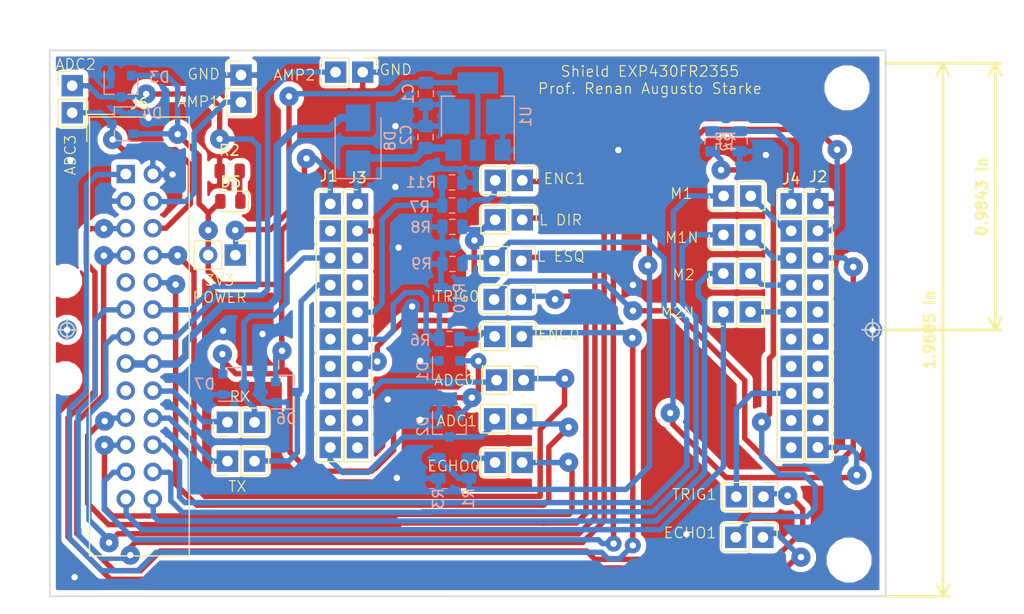
<source format=kicad_pcb>
(kicad_pcb (version 20171130) (host pcbnew 5.0.2+dfsg1-1)
  (layers (0 F.Cu signal) (31 B.Cu signal) (34 B.Paste user) (35 F.Paste user) (36 B.SilkS user) (37 F.SilkS user) (38 B.Mask user) (39 F.Mask user) (44 Edge.Cuts user))
  (net 0 "")
  (net 1 GND)
  (net 2 +5V)
  (net 3 "Net-(C1-Pad1)")
  (net 4 +3V3)
  (net 5 P1.3)
  (net 6 ADC2)
  (net 7 ADC3)
  (net 8 "Net-(D5-Pad1)")
  (net 9 ADC0)
  (net 10 ADC1)
  (net 11 D0)
  (net 12 AMP1)
  (net 13 Echo1)
  (net 14 Trig1)
  (net 15 R_TCRT)
  (net 16 AMP2)
  (net 17 L_TCRT)
  (net 18 TXB)
  (net 19 RXB)
  (net 20 Trig0)
  (net 21 PWM1)
  (net 22 Echo0)
  (net 23 PWM1N)
  (net 24 D1)
  (net 25 PWM2)
  (net 26 PWM2N)
  (net 27 "Net-(J13-Pad2)")
  (net 28 P1.4)
  (net 29 P2.1)
  (net 30 P2.2)
  (net 31 P2.4)
  (net 32 P2.5)
  (net 33 "Net-(J19-Pad2)")
  (net 34 P1.7)
  (net 35 "Net-(J22-Pad2)")
  (net 36 "Net-(J23-Pad2)")
  (net 37 P2.0)
  (net 38 P1.2)
  (net 39 P1.1)
  (net 40 P1.5)
  (net 41 P1.6)
  (net 42 P5.3)
  (net 43 P5.1)
  (net 44 P5.0)
  (net 45 P5.4)
  (net 46 P3.5)
  (net 47 P3.1)
  (net 48 P3.6)
  (net 49 P5.2)
  (net 50 P4.5)
  (net 51 P3.4)
  (net 52 P3.2)
  (net 53 P3.3)
  (net 54 P3.7)
  (net 55 P6.4)
  (net 56 P6.3)
  (net 57 P6.2)
  (net 58 P6.1)
  (net 59 P6.0)
  (net 60 P3.0)
  (net 61 P4.4)
  (net 62 P4.7)
  (net 63 P4.6)
  (net 64 RST)
  (net 65 P4.0)
  (net 66 +5VP)
  (net 67 "Net-(J6-Pad9)")
  (net 68 "Net-(J6-Pad17)")
  (module Resistor_SMD:R_0805_2012Metric (layer F.Cu) (at 187.9375 133 180)
    (fp_text reference R2 (at 0.0277 1.9431 180) (layer F.SilkS))
    (fp_text value 820R)
    (pad 1 smd roundrect (at -0.9375 0 180) (size 0.975 1.4) (layers F.Cu F.Paste F.Mask) (net 8 "Net-(D5-Pad1)"))
    (pad 2 smd roundrect (at 0.9375 0 180) (size 0.975 1.4) (layers F.Cu F.Paste F.Mask) (net 1 GND))
  )
  (module Connector_IDC:IDC-Header_2x13_P2.54mm_Vertical (layer F.Cu) (at 178.20132 133.28396)
    (fp_text reference J6 (at 1.27 -6.604) (layer F.SilkS))
    (fp_text value Conn_02x13_Odd_Even)
    (pad 1 thru_hole rect (at 0 0) (size 1.7272 1.7272) (drill 1.016) (layers *.Cu *.Mask) (net 11 D0))
    (pad 2 thru_hole oval (at 2.54 0) (size 1.7272 1.7272) (drill 1.016) (layers *.Cu *.Mask) (net 1 GND))
    (pad 3 thru_hole oval (at 0 2.54) (size 1.7272 1.7272) (drill 1.016) (layers *.Cu *.Mask) (net 1 GND))
    (pad 4 thru_hole oval (at 2.54 2.54) (size 1.7272 1.7272) (drill 1.016) (layers *.Cu *.Mask) (net 12 AMP1))
    (pad 5 thru_hole oval (at 0 5.08) (size 1.7272 1.7272) (drill 1.016) (layers *.Cu *.Mask) (net 13 Echo1))
    (pad 6 thru_hole oval (at 2.54 5.08) (size 1.7272 1.7272) (drill 1.016) (layers *.Cu *.Mask) (net 7 ADC3))
    (pad 7 thru_hole oval (at 0 7.62) (size 1.7272 1.7272) (drill 1.016) (layers *.Cu *.Mask) (net 14 Trig1))
    (pad 8 thru_hole oval (at 2.54 7.62) (size 1.7272 1.7272) (drill 1.016) (layers *.Cu *.Mask) (net 9 ADC0))
    (pad 9 thru_hole oval (at 0 10.16) (size 1.7272 1.7272) (drill 1.016) (layers *.Cu *.Mask) (net 67 "Net-(J6-Pad9)"))
    (pad 10 thru_hole oval (at 2.54 10.16) (size 1.7272 1.7272) (drill 1.016) (layers *.Cu *.Mask) (net 10 ADC1))
    (pad 11 thru_hole oval (at 0 12.7) (size 1.7272 1.7272) (drill 1.016) (layers *.Cu *.Mask) (net 15 R_TCRT))
    (pad 12 thru_hole oval (at 2.54 12.7) (size 1.7272 1.7272) (drill 1.016) (layers *.Cu *.Mask) (net 6 ADC2))
    (pad 13 thru_hole oval (at 0 15.24) (size 1.7272 1.7272) (drill 1.016) (layers *.Cu *.Mask) (net 17 L_TCRT))
    (pad 14 thru_hole oval (at 2.54 15.24) (size 1.7272 1.7272) (drill 1.016) (layers *.Cu *.Mask) (net 16 AMP2))
    (pad 15 thru_hole oval (at 0 17.78) (size 1.7272 1.7272) (drill 1.016) (layers *.Cu *.Mask) (net 66 +5VP))
    (pad 16 thru_hole oval (at 2.54 17.78) (size 1.7272 1.7272) (drill 1.016) (layers *.Cu *.Mask) (net 66 +5VP))
    (pad 17 thru_hole oval (at 0 20.32) (size 1.7272 1.7272) (drill 1.016) (layers *.Cu *.Mask) (net 68 "Net-(J6-Pad17)"))
    (pad 18 thru_hole oval (at 2.54 20.32) (size 1.7272 1.7272) (drill 1.016) (layers *.Cu *.Mask) (net 18 TXB))
    (pad 19 thru_hole oval (at 0 22.86) (size 1.7272 1.7272) (drill 1.016) (layers *.Cu *.Mask) (net 20 Trig0))
    (pad 20 thru_hole oval (at 2.54 22.86) (size 1.7272 1.7272) (drill 1.016) (layers *.Cu *.Mask) (net 19 RXB))
    (pad 21 thru_hole oval (at 0 25.4) (size 1.7272 1.7272) (drill 1.016) (layers *.Cu *.Mask) (net 22 Echo0))
    (pad 22 thru_hole oval (at 2.54 25.4) (size 1.7272 1.7272) (drill 1.016) (layers *.Cu *.Mask) (net 21 PWM1))
    (pad 23 thru_hole oval (at 0 27.94) (size 1.7272 1.7272) (drill 1.016) (layers *.Cu *.Mask) (net 24 D1))
    (pad 24 thru_hole oval (at 2.54 27.94) (size 1.7272 1.7272) (drill 1.016) (layers *.Cu *.Mask) (net 23 PWM1N))
    (pad 25 thru_hole oval (at 0 30.48) (size 1.7272 1.7272) (drill 1.016) (layers *.Cu *.Mask) (net 26 PWM2N))
    (pad 26 thru_hole oval (at 2.54 30.48) (size 1.7272 1.7272) (drill 1.016) (layers *.Cu *.Mask) (net 25 PWM2))
  )
  (module Diode_SMD:D_SMB (layer B.Cu) (at 199.9742 130.1623 90)
    (fp_text reference D8 (at 0 3 90) (layer B.SilkS) (effects (justify mirror)))
    (fp_text value D_Schottky)
    (pad 1 smd rect (at -2.15 0 90) (size 2.5 2.3) (layers B.Cu B.Paste B.Mask) (net 2 +5V))
    (pad 2 smd rect (at 2.15 0 90) (size 2.5 2.3) (layers B.Cu B.Paste B.Mask) (net 66 +5VP))
  )
  (module Package_TO_SOT_SMD:SOT-23 (layer B.Cu) (at 188.29 153.02)
    (fp_text reference D7 (at -2.7 -0.03) (layer B.SilkS) (effects (justify mirror)))
    (fp_text value BAT54S)
    (pad 3 smd rect (at 1 0) (size 0.9 0.8) (layers B.Cu B.Paste B.Mask) (net 41 P1.6))
    (pad 2 smd rect (at -1 -0.95) (size 0.9 0.8) (layers B.Cu B.Paste B.Mask) (net 4 +3V3))
    (pad 1 smd rect (at -1 0.95) (size 0.9 0.8) (layers B.Cu B.Paste B.Mask) (net 1 GND))
  )
  (module Package_TO_SOT_SMD:SOT-23 (layer B.Cu) (at 193.25 153.74)
    (fp_text reference D6 (at 0 2.5) (layer B.SilkS) (effects (justify mirror)))
    (fp_text value BAT54S)
    (pad 1 smd rect (at -1 0.95) (size 0.9 0.8) (layers B.Cu B.Paste B.Mask) (net 1 GND))
    (pad 2 smd rect (at -1 -0.95) (size 0.9 0.8) (layers B.Cu B.Paste B.Mask) (net 4 +3V3))
    (pad 3 smd rect (at 1 0) (size 0.9 0.8) (layers B.Cu B.Paste B.Mask) (net 34 P1.7))
  )
  (module Connector_PinHeader_2.54mm:PinHeader_1x10_P2.54mm_Vertical (layer F.Cu) (at 240.57 136.08)
    (fp_text reference J4 (at 0 -2.33) (layer F.SilkS))
    (fp_text value TI_BOOSTER_40_J4)
    (pad 10 thru_hole rect (at 0 22.86) (size 2 2) (drill 1) (layers *.Cu *.Mask) (net 52 P3.2))
    (pad 9 thru_hole rect (at 0 20.32) (size 2 2) (drill 1) (layers *.Cu *.Mask) (net 53 P3.3))
    (pad 8 thru_hole rect (at 0 17.78) (size 2 2) (drill 1) (layers *.Cu *.Mask) (net 31 P2.4))
    (pad 7 thru_hole rect (at 0 15.24) (size 2 2) (drill 1) (layers *.Cu *.Mask) (net 54 P3.7))
    (pad 6 thru_hole rect (at 0 12.7) (size 2 2) (drill 1) (layers *.Cu *.Mask) (net 55 P6.4))
    (pad 5 thru_hole rect (at 0 10.16) (size 2 2) (drill 1) (layers *.Cu *.Mask) (net 56 P6.3))
    (pad 4 thru_hole rect (at 0 7.62) (size 2 2) (drill 1) (layers *.Cu *.Mask) (net 57 P6.2))
    (pad 3 thru_hole rect (at 0 5.08) (size 2 2) (drill 1) (layers *.Cu *.Mask) (net 58 P6.1))
    (pad 2 thru_hole rect (at 0 2.54) (size 2 2) (drill 1) (layers *.Cu *.Mask) (net 59 P6.0))
    (pad 1 thru_hole rect (at 0 0) (size 2 2) (drill 1) (layers *.Cu *.Mask) (net 29 P2.1))
  )
  (module Connector_PinHeader_2.54mm:PinHeader_1x10_P2.54mm_Vertical (layer F.Cu) (at 243.08 136.07)
    (fp_text reference J2 (at 0.02 -2.53) (layer F.SilkS))
    (fp_text value TI_BOOSTER_40_J2)
    (pad 10 thru_hole rect (at 0 22.86) (size 2 2) (drill 1) (layers *.Cu *.Mask) (net 60 P3.0))
    (pad 9 thru_hole rect (at 0 20.32) (size 2 2) (drill 1) (layers *.Cu *.Mask) (net 32 P2.5))
    (pad 8 thru_hole rect (at 0 17.78) (size 2 2) (drill 1) (layers *.Cu *.Mask) (net 61 P4.4))
    (pad 7 thru_hole rect (at 0 15.24) (size 2 2) (drill 1) (layers *.Cu *.Mask) (net 62 P4.7))
    (pad 6 thru_hole rect (at 0 12.7) (size 2 2) (drill 1) (layers *.Cu *.Mask) (net 63 P4.6))
    (pad 5 thru_hole rect (at 0 10.16) (size 2 2) (drill 1) (layers *.Cu *.Mask) (net 64 RST))
    (pad 4 thru_hole rect (at 0 7.62) (size 2 2) (drill 1) (layers *.Cu *.Mask) (net 65 P4.0))
    (pad 3 thru_hole rect (at 0 5.08) (size 2 2) (drill 1) (layers *.Cu *.Mask) (net 30 P2.2))
    (pad 2 thru_hole rect (at 0 2.54) (size 2 2) (drill 1) (layers *.Cu *.Mask) (net 37 P2.0))
    (pad 1 thru_hole rect (at 0 0) (size 2 2) (drill 1) (layers *.Cu *.Mask) (net 1 GND))
  )
  (module MountingHole:MountingHole_3.2mm_M3 (layer F.Cu) (at 246 169.5)
    (fp_text reference H3 hide)
    (fp_text value MountingHole)
    (pad 1 np_thru_hole circle (at 0 0) (size 3.2 3.2) (drill 3.2) (layers *.Cu *.Mask))
  )
  (module MountingHole:MountingHole_3.2mm_M3 (layer F.Cu) (at 245.8 125.2)
    (fp_text reference H4 hide)
    (fp_text value MountingHole)
    (pad 1 np_thru_hole circle (at 0 0) (size 3.2 3.2) (drill 3.2) (layers *.Cu *.Mask))
  )
  (module MountingHole:MountingHole_2.2mm_M2 (layer F.Cu) (at 172.5 143.32)
    (fp_text reference H1 hide)
    (fp_text value MountingHole)
    (pad 1 np_thru_hole circle (at 0 0) (size 2.2 2.2) (drill 2.2) (layers *.Cu *.Mask))
  )
  (module MountingHole:MountingHole_2.2mm_M2 (layer F.Cu) (at 172.52 152.46)
    (fp_text reference H2 hide)
    (fp_text value MountingHole)
    (pad 1 np_thru_hole circle (at 0 0) (size 2.2 2.2) (drill 2.2) (layers *.Cu *.Mask))
  )
  (module Connector_PinHeader_2.54mm:PinHeader_1x02_P2.54mm_Vertical (layer F.Cu) (at 237.9218 167.3606 270)
    (fp_text reference J19 hide)
    (fp_text value Conn_01x02_Male)
    (pad 2 thru_hole rect (at 0 2.54 270) (size 2 2) (drill 1) (layers *.Cu *.Mask) (net 33 "Net-(J19-Pad2)"))
    (pad 1 thru_hole rect (at 0 0 270) (size 2 2) (drill 1) (layers *.Cu *.Mask) (net 13 Echo1))
  )
  (module Connector_PinHeader_2.54mm:PinHeader_1x02_P2.54mm_Vertical (layer F.Cu) (at 187.73 156.57 90)
    (fp_text reference J28 hide)
    (fp_text value Conn_01x02_Male)
    (pad 1 thru_hole rect (at 0 0 90) (size 2 2) (drill 1) (layers *.Cu *.Mask) (net 18 TXB))
    (pad 2 thru_hole rect (at 0 2.54 90) (size 2 2) (drill 1) (layers *.Cu *.Mask) (net 41 P1.6))
  )
  (module Connector_PinHeader_2.54mm:PinHeader_1x02_P2.54mm_Vertical (layer F.Cu) (at 187.73 160.22 90)
    (fp_text reference J27 hide)
    (fp_text value Conn_01x02_Male)
    (pad 2 thru_hole rect (at 0 2.54 90) (size 2 2) (drill 1) (layers *.Cu *.Mask) (net 34 P1.7))
    (pad 1 thru_hole rect (at 0 0 90) (size 2 2) (drill 1) (layers *.Cu *.Mask) (net 19 RXB))
  )
  (module Connector_PinHeader_2.54mm:PinHeader_1x02_P2.54mm_Vertical (layer F.Cu) (at 215.28 141.4145 270)
    (fp_text reference J25 hide)
    (fp_text value Conn_01x02_Male)
    (pad 1 thru_hole rect (at 0 0 270) (size 2 2) (drill 1) (layers *.Cu *.Mask) (net 17 L_TCRT))
    (pad 2 thru_hole rect (at 0 2.54 270) (size 2 2) (drill 1) (layers *.Cu *.Mask) (net 60 P3.0))
  )
  (module Connector_PinHeader_2.54mm:PinHeader_1x02_P2.54mm_Vertical (layer F.Cu) (at 215.37 133.88 270)
    (fp_text reference J23 hide)
    (fp_text value Conn_01x02_Male)
    (pad 2 thru_hole rect (at 0 2.54 270) (size 2 2) (drill 1) (layers *.Cu *.Mask) (net 36 "Net-(J23-Pad2)"))
    (pad 1 thru_hole rect (at 0 0 270) (size 2 2) (drill 1) (layers *.Cu *.Mask) (net 24 D1))
  )
  (module Connector_PinHeader_2.54mm:PinHeader_1x02_P2.54mm_Vertical (layer F.Cu) (at 188.47 140.89 270)
    (fp_text reference J7 hide)
    (fp_text value Conn_01x02_Male)
    (pad 1 thru_hole rect (at 0 0 270) (size 2 2) (drill 1) (layers *.Cu *.Mask) (net 3 "Net-(C1-Pad1)"))
    (pad 2 thru_hole oval (at 0 2.54 270) (size 1.7 1.7) (drill 1) (layers *.Cu *.Mask) (net 4 +3V3))
  )
  (module Connector_PinHeader_2.54mm:PinHeader_1x02_P2.54mm_Vertical (layer F.Cu) (at 173.1772 125)
    (fp_text reference J8 hide)
    (fp_text value Conn_01x02_Male)
    (pad 2 thru_hole rect (at 0 2.54) (size 2 2) (drill 1) (layers *.Cu *.Mask) (net 7 ADC3))
    (pad 1 thru_hole rect (at 0 0) (size 2 2) (drill 1) (layers *.Cu *.Mask) (net 6 ADC2))
  )
  (module Connector_PinHeader_2.54mm:PinHeader_1x02_P2.54mm_Vertical (layer F.Cu) (at 189 124)
    (fp_text reference J9 hide)
    (fp_text value Conn_01x02_Male)
    (pad 1 thru_hole rect (at 0 0) (size 2 2) (drill 1) (layers *.Cu *.Mask) (net 1 GND))
    (pad 2 thru_hole rect (at 0 2.54) (size 2 2) (drill 1) (layers *.Cu *.Mask) (net 12 AMP1))
  )
  (module Connector_PinHeader_2.54mm:PinHeader_1x02_P2.54mm_Vertical (layer F.Cu) (at 200.406 123.72594 270)
    (fp_text reference J10 hide)
    (fp_text value Conn_01x02_Male)
    (pad 2 thru_hole rect (at 0 2.54 270) (size 2 2) (drill 1) (layers *.Cu *.Mask) (net 16 AMP2))
    (pad 1 thru_hole rect (at 0 0 270) (size 2 2) (drill 1) (layers *.Cu *.Mask) (net 1 GND))
  )
  (module Connector_PinHeader_2.54mm:PinHeader_1x02_P2.54mm_Vertical (layer F.Cu) (at 215.4936 152.62 270)
    (fp_text reference J12 hide)
    (fp_text value Conn_01x02_Male)
    (pad 1 thru_hole rect (at 0 0 270) (size 2 2) (drill 1) (layers *.Cu *.Mask) (net 9 ADC0))
    (pad 2 thru_hole rect (at 0 2.54 270) (size 2 2) (drill 1) (layers *.Cu *.Mask) (net 39 P1.1))
  )
  (module Connector_PinHeader_2.54mm:PinHeader_1x02_P2.54mm_Vertical (layer F.Cu) (at 215.35 160.34 270)
    (fp_text reference J13 hide)
    (fp_text value Conn_01x02_Male)
    (pad 2 thru_hole rect (at 0 2.54 270) (size 2 2) (drill 1) (layers *.Cu *.Mask) (net 27 "Net-(J13-Pad2)"))
    (pad 1 thru_hole rect (at 0 0 270) (size 2 2) (drill 1) (layers *.Cu *.Mask) (net 22 Echo0))
  )
  (module Connector_PinHeader_2.54mm:PinHeader_1x02_P2.54mm_Vertical (layer F.Cu) (at 234.24 135.34 90)
    (fp_text reference J15 hide)
    (fp_text value Conn_01x02_Male)
    (pad 1 thru_hole rect (at 0 0 90) (size 2 2) (drill 1) (layers *.Cu *.Mask) (net 21 PWM1))
    (pad 2 thru_hole rect (at 0 2.54 90) (size 2 2) (drill 1) (layers *.Cu *.Mask) (net 59 P6.0))
  )
  (module Connector_PinHeader_2.54mm:PinHeader_1x02_P2.54mm_Vertical (layer F.Cu) (at 234.22 138.99 90)
    (fp_text reference J16 hide)
    (fp_text value Conn_01x02_Male)
    (pad 2 thru_hole rect (at 0 2.54 90) (size 2 2) (drill 1) (layers *.Cu *.Mask) (net 58 P6.1))
    (pad 1 thru_hole rect (at 0 0 90) (size 2 2) (drill 1) (layers *.Cu *.Mask) (net 23 PWM1N))
  )
  (module Connector_PinHeader_2.54mm:PinHeader_1x02_P2.54mm_Vertical (layer F.Cu) (at 234.21 142.61 90)
    (fp_text reference J17 hide)
    (fp_text value Conn_01x02_Male)
    (pad 1 thru_hole rect (at 0 0 90) (size 2 2) (drill 1) (layers *.Cu *.Mask) (net 25 PWM2))
    (pad 2 thru_hole rect (at 0 2.54 90) (size 2 2) (drill 1) (layers *.Cu *.Mask) (net 57 P6.2))
  )
  (module Connector_PinHeader_2.54mm:PinHeader_1x02_P2.54mm_Vertical (layer F.Cu) (at 234.21 146.22 90)
    (fp_text reference J18 hide)
    (fp_text value Conn_01x02_Male)
    (pad 2 thru_hole rect (at 0 2.54 90) (size 2 2) (drill 1) (layers *.Cu *.Mask) (net 56 P6.3))
    (pad 1 thru_hole rect (at 0 0 90) (size 2 2) (drill 1) (layers *.Cu *.Mask) (net 26 PWM2N))
  )
  (module Connector_PinHeader_2.54mm:PinHeader_1x02_P2.54mm_Vertical (layer F.Cu) (at 237.9726 163.5506 270)
    (fp_text reference J20 hide)
    (fp_text value Conn_01x02_Male)
    (pad 1 thru_hole rect (at 0 0 270) (size 2 2) (drill 1) (layers *.Cu *.Mask) (net 14 Trig1))
    (pad 2 thru_hole rect (at 0 2.54 270) (size 2 2) (drill 1) (layers *.Cu *.Mask) (net 31 P2.4))
  )
  (module Connector_PinHeader_2.54mm:PinHeader_1x02_P2.54mm_Vertical (layer F.Cu) (at 215.31 156.25 270)
    (fp_text reference J21 hide)
    (fp_text value Conn_01x02_Male)
    (pad 2 thru_hole rect (at 0 2.54 270) (size 2 2) (drill 1) (layers *.Cu *.Mask) (net 38 P1.2))
    (pad 1 thru_hole rect (at 0 0 270) (size 2 2) (drill 1) (layers *.Cu *.Mask) (net 10 ADC1))
  )
  (module Connector_PinHeader_2.54mm:PinHeader_1x02_P2.54mm_Vertical (layer F.Cu) (at 215.3158 148.5138 270)
    (fp_text reference J22 hide)
    (fp_text value Conn_01x02_Male)
    (pad 1 thru_hole rect (at 0 0 270) (size 2 2) (drill 1) (layers *.Cu *.Mask) (net 11 D0))
    (pad 2 thru_hole rect (at 0 2.54 270) (size 2 2) (drill 1) (layers *.Cu *.Mask) (net 35 "Net-(J22-Pad2)"))
  )
  (module Connector_PinHeader_2.54mm:PinHeader_1x02_P2.54mm_Vertical (layer F.Cu) (at 215.36 137.58 270)
    (fp_text reference J24 hide)
    (fp_text value Conn_01x02_Male)
    (pad 2 thru_hole rect (at 0 2.54 270) (size 2 2) (drill 1) (layers *.Cu *.Mask) (net 45 P5.4))
    (pad 1 thru_hole rect (at 0 0 270) (size 2 2) (drill 1) (layers *.Cu *.Mask) (net 15 R_TCRT))
  )
  (module Connector_PinHeader_2.54mm:PinHeader_1x02_P2.54mm_Vertical (layer F.Cu) (at 215.265 145.0594 270)
    (fp_text reference J14 hide)
    (fp_text value Conn_01x02_Male)
    (pad 1 thru_hole rect (at 0 0 270) (size 2 2) (drill 1) (layers *.Cu *.Mask) (net 20 Trig0))
    (pad 2 thru_hole rect (at 0 2.54 270) (size 2 2) (drill 1) (layers *.Cu *.Mask) (net 30 P2.2))
  )
  (module Connector_PinHeader_2.54mm:PinHeader_1x10_P2.54mm_Vertical (layer F.Cu) (at 199.92 136.09)
    (fp_text reference J3 (at 0.01 -2.46) (layer F.SilkS))
    (fp_text value TI_BOOSTER_40_J3)
    (pad 1 thru_hole rect (at 0 0) (size 2 2) (drill 1) (layers *.Cu *.Mask) (net 2 +5V))
    (pad 2 thru_hole rect (at 0 2.54) (size 2 2) (drill 1) (layers *.Cu *.Mask) (net 1 GND))
    (pad 3 thru_hole rect (at 0 5.08) (size 2 2) (drill 1) (layers *.Cu *.Mask) (net 28 P1.4))
    (pad 4 thru_hole rect (at 0 7.62) (size 2 2) (drill 1) (layers *.Cu *.Mask) (net 42 P5.3))
    (pad 5 thru_hole rect (at 0 10.16) (size 2 2) (drill 1) (layers *.Cu *.Mask) (net 43 P5.1))
    (pad 6 thru_hole rect (at 0 12.7) (size 2 2) (drill 1) (layers *.Cu *.Mask) (net 44 P5.0))
    (pad 7 thru_hole rect (at 0 15.24) (size 2 2) (drill 1) (layers *.Cu *.Mask) (net 45 P5.4))
    (pad 8 thru_hole rect (at 0 17.78) (size 2 2) (drill 1) (layers *.Cu *.Mask) (net 39 P1.1))
    (pad 9 thru_hole rect (at 0 20.32) (size 2 2) (drill 1) (layers *.Cu *.Mask) (net 46 P3.5))
    (pad 10 thru_hole rect (at 0 22.86) (size 2 2) (drill 1) (layers *.Cu *.Mask) (net 47 P3.1))
  )
  (module Capacitor_SMD:C_0805_2012Metric_Pad1.15x1.40mm_HandSolder (layer B.Cu) (at 206.2988 129.8194 90)
    (fp_text reference C2 (at 0.2032 -1.8288 90) (layer B.SilkS) (effects (justify mirror)))
    (fp_text value 100n)
    (pad 2 smd roundrect (at 1.025 0 90) (size 1.15 1.4) (layers B.Cu B.Paste B.Mask) (roundrect_rratio 0.217391) (net 1 GND))
    (pad 1 smd roundrect (at -1.025 0 90) (size 1.15 1.4) (layers B.Cu B.Paste B.Mask) (roundrect_rratio 0.217391) (net 2 +5V))
  )
  (module Capacitor_SMD:C_0805_2012Metric_Pad1.15x1.40mm_HandSolder (layer B.Cu) (at 206.3242 125.7464 270)
    (fp_text reference C1 (at 0 1.65 270) (layer B.SilkS) (effects (justify mirror)))
    (fp_text value 100n)
    (pad 1 smd roundrect (at -1.025 0 270) (size 1.15 1.4) (layers B.Cu B.Paste B.Mask) (roundrect_rratio 0.217391) (net 3 "Net-(C1-Pad1)"))
    (pad 2 smd roundrect (at 1.025 0 270) (size 1.15 1.4) (layers B.Cu B.Paste B.Mask) (roundrect_rratio 0.217391) (net 1 GND))
  )
  (module LED_SMD:LED_0805_2012Metric (layer F.Cu) (at 188 135.84936 180)
    (fp_text reference D5 (at -0.04 1.83 180) (layer F.SilkS))
    (fp_text value LED)
    (pad 1 smd roundrect (at -0.9375 0 180) (size 0.975 1.4) (layers F.Cu F.Paste F.Mask) (net 8 "Net-(D5-Pad1)"))
    (pad 2 smd roundrect (at 0.9375 0 180) (size 0.975 1.4) (layers F.Cu F.Paste F.Mask) (net 4 +3V3))
  )
  (module Package_TO_SOT_SMD:SOT-223-3_TabPin2 (layer B.Cu) (at 211.201 127.889 90)
    (fp_text reference U1 (at 0 4.5 90) (layer B.SilkS) (effects (justify mirror)))
    (fp_text value NCP1117-3.3_SOT223)
    (pad 2 smd rect (at 3.15 0 90) (size 2 3.8) (layers B.Cu B.Paste B.Mask) (net 3 "Net-(C1-Pad1)"))
    (pad 2 smd rect (at -3.15 0 90) (size 2 1.5) (layers B.Cu B.Paste B.Mask) (net 3 "Net-(C1-Pad1)"))
    (pad 3 smd rect (at -3.15 -2.3 90) (size 2 1.5) (layers B.Cu B.Paste B.Mask) (net 2 +5V))
    (pad 1 smd rect (at -3.15 2.3 90) (size 2 1.5) (layers B.Cu B.Paste B.Mask) (net 1 GND))
  )
  (module Package_TO_SOT_SMD:SOT-23 (layer B.Cu) (at 208.534 151.8064 270)
    (fp_text reference D1 (at 0 2.5 270) (layer B.SilkS) (effects (justify mirror)))
    (fp_text value BAT54S)
    (pad 1 smd rect (at -1 0.95 270) (size 0.9 0.8) (layers B.Cu B.Paste B.Mask) (net 1 GND))
    (pad 2 smd rect (at -1 -0.95 270) (size 0.9 0.8) (layers B.Cu B.Paste B.Mask) (net 4 +3V3))
    (pad 3 smd rect (at 1 0 270) (size 0.9 0.8) (layers B.Cu B.Paste B.Mask) (net 39 P1.1))
  )
  (module Package_TO_SOT_SMD:SOT-23 (layer B.Cu) (at 208.534 156.9466 270)
    (fp_text reference D2 (at 0 2.5 270) (layer B.SilkS) (effects (justify mirror)))
    (fp_text value BAT54S)
    (pad 3 smd rect (at 1 0 270) (size 0.9 0.8) (layers B.Cu B.Paste B.Mask) (net 38 P1.2))
    (pad 2 smd rect (at -1 -0.95 270) (size 0.9 0.8) (layers B.Cu B.Paste B.Mask) (net 4 +3V3))
    (pad 1 smd rect (at -1 0.95 270) (size 0.9 0.8) (layers B.Cu B.Paste B.Mask) (net 1 GND))
  )
  (module Package_TO_SOT_SMD:SOT-23 (layer B.Cu) (at 177.7492 125.0442 270)
    (fp_text reference D3 (at -0.8442 -3.6008) (layer B.SilkS) (effects (justify mirror)))
    (fp_text value BAT54S)
    (pad 1 smd rect (at -1 0.95 270) (size 0.9 0.8) (layers B.Cu B.Paste B.Mask) (net 1 GND))
    (pad 2 smd rect (at -1 -0.95 270) (size 0.9 0.8) (layers B.Cu B.Paste B.Mask) (net 4 +3V3))
    (pad 3 smd rect (at 1 0 270) (size 0.9 0.8) (layers B.Cu B.Paste B.Mask) (net 6 ADC2))
  )
  (module Package_TO_SOT_SMD:SOT-23 (layer B.Cu) (at 177.8889 128.5621 180)
    (fp_text reference D4 (at -2.7813 0.9652 180) (layer B.SilkS) (effects (justify mirror)))
    (fp_text value BAT54S)
    (pad 3 smd rect (at 1 0 180) (size 0.9 0.8) (layers B.Cu B.Paste B.Mask) (net 7 ADC3))
    (pad 2 smd rect (at -1 -0.95 180) (size 0.9 0.8) (layers B.Cu B.Paste B.Mask) (net 4 +3V3))
    (pad 1 smd rect (at -1 0.95 180) (size 0.9 0.8) (layers B.Cu B.Paste B.Mask) (net 1 GND))
  )
  (module Resistor_SMD:R_0805_2012Metric (layer B.Cu) (at 208.788448 134.071436)
    (fp_text reference R11 (at -2.913448 -0.021436) (layer B.SilkS) (effects (justify mirror)))
    (fp_text value 15k)
    (pad 2 smd roundrect (at 0.9375 0) (size 0.975 1.4) (layers B.Cu B.Paste B.Mask) (net 1 GND))
    (pad 1 smd roundrect (at -0.9375 0) (size 0.975 1.4) (layers B.Cu B.Paste B.Mask) (net 43 P5.1))
  )
  (module Resistor_SMD:R_0805_2012Metric (layer B.Cu) (at 207.7466 144.9197 90)
    (fp_text reference R10 (at -0.0053 1.7284 90) (layer B.SilkS) (effects (justify mirror)))
    (fp_text value 15k)
    (pad 1 smd roundrect (at -0.9375 0 90) (size 0.975 1.4) (layers B.Cu B.Paste B.Mask) (net 44 P5.0))
    (pad 2 smd roundrect (at 0.9375 0 90) (size 0.975 1.4) (layers B.Cu B.Paste B.Mask) (net 1 GND))
  )
  (module Resistor_SMD:R_0805_2012Metric (layer B.Cu) (at 208.8261 141.7193 180)
    (fp_text reference R9 (at 2.9011 0.0193 180) (layer B.SilkS) (effects (justify mirror)))
    (fp_text value 15K)
    (pad 2 smd roundrect (at 0.9375 0 180) (size 0.975 1.4) (layers B.Cu B.Paste B.Mask) (net 1 GND))
    (pad 1 smd roundrect (at -0.9375 0 180) (size 0.975 1.4) (layers B.Cu B.Paste B.Mask) (net 60 P3.0))
  )
  (module Resistor_SMD:R_0805_2012Metric (layer B.Cu) (at 208.8111 138.2395 180)
    (fp_text reference R8 (at 2.9611 -0.0442 180) (layer B.SilkS) (effects (justify mirror)))
    (fp_text value 15K)
    (pad 1 smd roundrect (at -0.9375 0 180) (size 0.975 1.4) (layers B.Cu B.Paste B.Mask) (net 45 P5.4))
    (pad 2 smd roundrect (at 0.9375 0 180) (size 0.975 1.4) (layers B.Cu B.Paste B.Mask) (net 1 GND))
  )
  (module Resistor_SMD:R_0805_2012Metric (layer B.Cu) (at 208.790748 136.230436 180)
    (fp_text reference R7 (at 3.040748 -0.144564 180) (layer B.SilkS) (effects (justify mirror)))
    (fp_text value 10k)
    (pad 2 smd roundrect (at 0.9375 0 180) (size 0.975 1.4) (layers B.Cu B.Paste B.Mask) (net 43 P5.1))
    (pad 1 smd roundrect (at -0.9375 0 180) (size 0.975 1.4) (layers B.Cu B.Paste B.Mask) (net 36 "Net-(J23-Pad2)"))
  )
  (module Resistor_SMD:R_0805_2012Metric (layer B.Cu) (at 208.536748 148.752636 180)
    (fp_text reference R6 (at 2.736748 -0.122364 180) (layer B.SilkS) (effects (justify mirror)))
    (fp_text value 10k)
    (pad 1 smd roundrect (at -0.9375 0 180) (size 0.975 1.4) (layers B.Cu B.Paste B.Mask) (net 35 "Net-(J22-Pad2)"))
    (pad 2 smd roundrect (at 0.9375 0 180) (size 0.975 1.4) (layers B.Cu B.Paste B.Mask) (net 44 P5.0))
  )
  (module Resistor_SMD:R_0805_2012Metric (layer B.Cu) (at 233.1974 130.2131 90)
    (fp_text reference R4 (at 0 1.65 90) (layer B.SilkS) (effects (justify mirror)))
    (fp_text value 10k)
    (pad 1 smd roundrect (at -0.9375 0 90) (size 0.975 1.4) (layers B.Cu B.Paste B.Mask) (net 33 "Net-(J19-Pad2)"))
    (pad 2 smd roundrect (at 0.9375 0 90) (size 0.975 1.4) (layers B.Cu B.Paste B.Mask) (net 29 P2.1))
  )
  (module Resistor_SMD:R_0805_2012Metric (layer B.Cu) (at 207.4926 160.8813 270)
    (fp_text reference R3 (at 2.8437 -0.0074 270) (layer B.SilkS) (effects (justify mirror)))
    (fp_text value 15k)
    (pad 2 smd roundrect (at 0.9375 0 270) (size 0.975 1.4) (layers B.Cu B.Paste B.Mask) (net 1 GND))
    (pad 1 smd roundrect (at -0.9375 0 270) (size 0.975 1.4) (layers B.Cu B.Paste B.Mask) (net 37 P2.0))
  )
  (module Resistor_SMD:R_0805_2012Metric (layer B.Cu) (at 210.3755 160.8836 270)
    (fp_text reference R1 (at 2.8164 0.0505 270) (layer B.SilkS) (effects (justify mirror)))
    (fp_text value 10k)
    (pad 1 smd roundrect (at -0.9375 0 270) (size 0.975 1.4) (layers B.Cu B.Paste B.Mask) (net 27 "Net-(J13-Pad2)"))
    (pad 2 smd roundrect (at 0.9375 0 270) (size 0.975 1.4) (layers B.Cu B.Paste B.Mask) (net 37 P2.0))
  )
  (module Resistor_SMD:R_0805_2012Metric (layer B.Cu) (at 235.7374 130.2131 270)
    (fp_text reference R5 (at 0 1.65 270) (layer B.SilkS) (effects (justify mirror)))
    (fp_text value 15k)
    (pad 2 smd roundrect (at 0.9375 0 270) (size 0.975 1.4) (layers B.Cu B.Paste B.Mask) (net 1 GND))
    (pad 1 smd roundrect (at -0.9375 0 270) (size 0.975 1.4) (layers B.Cu B.Paste B.Mask) (net 29 P2.1))
  )
  (module Connector_PinHeader_2.54mm:PinHeader_1x10_P2.54mm_Vertical (layer F.Cu) (at 197.37 136.08)
    (fp_text reference J1 (at -0.15 -2.61) (layer F.SilkS))
    (fp_text value TI_BOOSTER_40_J1)
    (pad 1 thru_hole rect (at 0 0) (size 2 2) (drill 1) (layers *.Cu *.Mask) (net 4 +3V3))
    (pad 2 thru_hole rect (at 0 2.54) (size 2 2) (drill 1) (layers *.Cu *.Mask) (net 40 P1.5))
    (pad 3 thru_hole rect (at 0 5.08) (size 2 2) (drill 1) (layers *.Cu *.Mask) (net 41 P1.6))
    (pad 4 thru_hole rect (at 0 7.62) (size 2 2) (drill 1) (layers *.Cu *.Mask) (net 34 P1.7))
    (pad 5 thru_hole rect (at 0 10.16) (size 2 2) (drill 1) (layers *.Cu *.Mask) (net 48 P3.6))
    (pad 6 thru_hole rect (at 0 12.7) (size 2 2) (drill 1) (layers *.Cu *.Mask) (net 49 P5.2))
    (pad 7 thru_hole rect (at 0 15.24) (size 2 2) (drill 1) (layers *.Cu *.Mask) (net 50 P4.5))
    (pad 8 thru_hole rect (at 0 17.78) (size 2 2) (drill 1) (layers *.Cu *.Mask) (net 51 P3.4))
    (pad 9 thru_hole rect (at 0 20.32) (size 2 2) (drill 1) (layers *.Cu *.Mask) (net 5 P1.3))
    (pad 10 thru_hole rect (at 0 22.86) (size 2 2) (drill 1) (layers *.Cu *.Mask) (net 38 P1.2))
  )
  (gr_text "Shield EXP430FR2355\nProf. Renan Augusto Starke" (at 227.33 124.46) (layer F.SilkS) (effects (font (size 1 1) (thickness 0.1))))
  (gr_text GND (at 203.5 123.5) (layer F.SilkS) (effects (font (size 1 1) (thickness 0.1))))
  (target plus (at 172.7 147.9) (size 2) (width 0.14986) (layer Edge.Cuts))
  (target plus (at 248.2 147.9) (size 2) (width 0.14986) (layer Edge.Cuts))
  (dimension 25.000799 (width 0.25) (layer F.SilkS) (gr_text "25.001 mm" (at 261.2 135.400399 270) (layer F.SilkS) (effects (font (size 1 1) (thickness 0.25)))) (feature1 (pts (xy 249.4 147.900799) (xy 260.286421 147.900799))) (feature2 (pts (xy 249.4 122.9) (xy 260.286421 122.9))) (crossbar (pts (xy 259.7 122.9) (xy 259.7 147.900799))) (arrow1a (pts (xy 259.7 147.900799) (xy 259.113579 146.774295))) (arrow1b (pts (xy 259.7 147.900799) (xy 260.286421 146.774295))) (arrow2a (pts (xy 259.7 122.9) (xy 259.113579 124.026504))) (arrow2b (pts (xy 259.7 122.9) (xy 260.286421 124.026504))))
  (dimension 50.000899 (width 0.25) (layer F.SilkS) (gr_text "50.001 mm" (at 256.3 147.900449 270) (layer F.SilkS) (effects (font (size 1 1) (thickness 0.25)))) (feature1 (pts (xy 249.4 172.900899) (xy 255.386421 172.900899))) (feature2 (pts (xy 249.4 122.9) (xy 255.386421 122.9))) (crossbar (pts (xy 254.8 122.9) (xy 254.8 172.900899))) (arrow1a (pts (xy 254.8 172.900899) (xy 254.213579 171.774395))) (arrow1b (pts (xy 254.8 172.900899) (xy 255.386421 171.774395))) (arrow2a (pts (xy 254.8 122.9) (xy 254.213579 124.026504))) (arrow2b (pts (xy 254.8 122.9) (xy 255.386421 124.026504))))
  (gr_text M2N (at 229.92 146.27) (layer F.SilkS) (effects (font (size 1 1) (thickness 0.1))))
  (gr_text M2 (at 230.49 142.74) (layer F.SilkS) (effects (font (size 1 1) (thickness 0.1))))
  (gr_text M1N (at 230.32 139.24) (layer F.SilkS) (effects (font (size 1 1) (thickness 0.1))))
  (gr_text M1 (at 230.28 135.11) (layer F.SilkS) (effects (font (size 1 1) (thickness 0.1))))
  (gr_text ECHO1 (at 231.1 166.95) (layer F.SilkS) (effects (font (size 1 1) (thickness 0.1))))
  (gr_text TRIG1 (at 231.49 163.34) (layer F.SilkS) (effects (font (size 1 1) (thickness 0.1))))
  (gr_text ECHO0 (at 208.93 160.67) (layer F.SilkS) (effects (font (size 1 1) (thickness 0.1))))
  (gr_text ADC1 (at 209.23 156.44) (layer F.SilkS) (effects (font (size 1 1) (thickness 0.1))))
  (gr_text ADC0 (at 209 152.63) (layer F.SilkS) (effects (font (size 1 1) (thickness 0.1))))
  (gr_text ENC0 (at 218.79 148.3) (layer F.SilkS) (effects (font (size 1 1) (thickness 0.1))))
  (gr_text TRIG0 (at 209.24 144.77) (layer F.SilkS) (effects (font (size 1 1) (thickness 0.1))))
  (gr_text "L ESQ" (at 218.98 141.01) (layer F.SilkS) (effects (font (size 1 1) (thickness 0.1))))
  (gr_text "L DIR" (at 218.96 137.6) (layer F.SilkS) (effects (font (size 1 1) (thickness 0.1))))
  (gr_text ENC1 (at 219.32 133.72) (layer F.SilkS) (effects (font (size 1 1) (thickness 0.1))))
  (gr_text TX (at 188.66 162.59) (layer F.SilkS) (effects (font (size 1 1) (thickness 0.1))))
  (gr_text RX (at 188.9 154.16) (layer F.SilkS) (effects (font (size 1 1) (thickness 0.1))))
  (gr_text "3V3\nPOWER" (at 186.9948 144.0561) (layer F.SilkS) (effects (font (size 1 1) (thickness 0.1))))
  (gr_text AMP1 (at 185 126.5) (layer F.SilkS) (effects (font (size 1 1) (thickness 0.1))))
  (gr_text AMP2 (at 194 124) (layer F.SilkS) (effects (font (size 1 1) (thickness 0.1))))
  (gr_text GND (at 185.5 123.91) (layer F.SilkS) (effects (font (size 1 1) (thickness 0.1))))
  (gr_text ADC2 (at 173.5 123) (layer F.SilkS) (effects (font (size 1 1) (thickness 0.1))))
  (gr_text ADC3 (at 173 131.5 90) (layer F.SilkS) (effects (font (size 1 1) (thickness 0.1))))
  (gr_line (start 249.42 172.9) (end 171.069 172.8978) (layer Edge.Cuts) (width 0.14986))
  (gr_line (start 171.05884 121.68124) (end 249.40984 121.68124) (angle 90) (layer Edge.Cuts) (width 0.15))
  (gr_line (start 171.069 172.8978) (end 171.069 121.67616) (angle 90) (layer Edge.Cuts) (width 0.14986))
  (gr_line (start 249.42 121.68124) (end 249.42 172.9) (angle 90) (layer Edge.Cuts) (width 0.14986))
  (via (at 172.6946 147.9042) (size 1.8) (drill 0.6) (layers F.Cu B.Cu) (net 0))
  (via (at 180.34 128.016) (size 1.8) (drill 0.6) (layers F.Cu B.Cu) (net 1))
  (segment (start 178.8889 127.6121) (end 180.1767 127.6121) (width 0.508) (layer B.Cu) (net 1))
  (segment (start 180.1767 127.6121) (end 180.1996 127.635) (width 0.508) (layer B.Cu) (net 1))
  (segment (start 207.584 150.8064) (end 205.7908 150.8064) (width 0.508) (layer B.Cu) (net 1))
  (via (at 205.8035 156.337) (size 1.8) (drill 0.6) (layers F.Cu B.Cu) (net 1))
  (segment (start 205.6892 155.9466) (end 205.6892 156.0456) (width 0.508) (layer B.Cu) (net 1))
  (segment (start 207.584 155.9466) (end 205.6892 156.0456) (width 0.508) (layer B.Cu) (net 1))
  (segment (start 206.2988 126.7968) (end 206.3242 126.7714) (width 0.508) (layer B.Cu) (net 1))
  (segment (start 206.2988 128.7944) (end 206.2988 126.7968) (width 0.508) (layer B.Cu) (net 1))
  (segment (start 206.2988 128.7944) (end 203.4794 128.7944) (width 0.508) (layer B.Cu) (net 1))
  (via (at 203.4794 128.7944) (size 1.8) (drill 0.6) (layers F.Cu B.Cu) (net 1))
  (segment (start 209.267138 132.812626) (end 205.147074 132.812626) (width 0.508) (layer B.Cu) (net 1))
  (segment (start 209.725948 134.071436) (end 209.725948 133.271436) (width 0.508) (layer B.Cu) (net 1))
  (segment (start 209.725948 133.271436) (end 209.267138 132.812626) (width 0.508) (layer B.Cu) (net 1))
  (via (at 203.4667 134.493) (size 1.8) (drill 0.6) (layers F.Cu B.Cu) (net 1))
  (segment (start 205.147074 132.812626) (end 203.4667 134.493) (width 0.508) (layer B.Cu) (net 1))
  (via (at 203.7715 140.185273) (size 1.8) (drill 0.6) (layers F.Cu B.Cu) (net 1))
  (segment (start 203.4667 140.1191) (end 203.532873 140.185273) (width 0.508) (layer F.Cu) (net 1))
  (segment (start 203.4667 134.493) (end 203.532873 140.185273) (width 0.508) (layer F.Cu) (net 1))
  (segment (start 204.939201 156.795599) (end 204.939201 159.817499) (width 0.508) (layer F.Cu) (net 1))
  (segment (start 205.6892 156.0456) (end 204.939201 156.795599) (width 0.508) (layer F.Cu) (net 1))
  (via (at 203.61 161.798) (size 1.8) (drill 0.6) (layers F.Cu B.Cu) (net 1))
  (segment (start 204.939201 159.817499) (end 203.5937 161.163) (width 0.508) (layer F.Cu) (net 1))
  (segment (start 214.759 131.039) (end 214.7594 131.0386) (width 0.508) (layer B.Cu) (net 1))
  (segment (start 213.501 131.039) (end 214.759 131.039) (width 0.508) (layer B.Cu) (net 1))
  (via (at 224.3709 131.0386) (size 1.8) (drill 0.6) (layers F.Cu B.Cu) (net 1))
  (segment (start 214.7594 131.0386) (end 224.3709 131.0386) (width 0.508) (layer B.Cu) (net 1))
  (segment (start 225.120899 131.788599) (end 225.120899 143.066199) (width 0.508) (layer F.Cu) (net 1))
  (segment (start 224.3709 131.0386) (end 225.120899 131.788599) (width 0.508) (layer F.Cu) (net 1))
  (via (at 225.7425 143.6878) (size 1.8) (drill 0.6) (layers F.Cu B.Cu) (net 1))
  (segment (start 225.120899 143.066199) (end 225.7425 143.6878) (width 0.508) (layer F.Cu) (net 1))
  (via (at 205.0415 145.71337) (size 1.5) (drill 0.6) (layers F.Cu B.Cu) (net 1))
  (segment (start 205.040801 145.714069) (end 205.0415 145.71337) (width 0.508) (layer B.Cu) (net 1))
  (segment (start 205.0415 141.6939) (end 203.532873 140.185273) (width 0.508) (layer F.Cu) (net 1))
  (segment (start 205.0415 145.71337) (end 205.0415 141.6939) (width 0.508) (layer F.Cu) (net 1))
  (segment (start 180.7718 133.3246) (end 182.5754 133.3246) (width 0.508) (layer F.Cu) (net 1))
  (via (at 182.5754 133.3246) (size 1.8) (drill 0.6) (layers F.Cu B.Cu) (net 1))
  (segment (start 182.5754 133.3246) (end 182.8 133.1) (width 0.508) (layer F.Cu) (net 1))
  (segment (start 203.5937 162.1937) (end 203.61 162.21) (width 0.508) (layer F.Cu) (net 1))
  (segment (start 203.5937 161.163) (end 203.5937 162.1937) (width 0.508) (layer F.Cu) (net 1))
  (segment (start 205.040801 150.056401) (end 205.7908 150.8064) (width 0.508) (layer B.Cu) (net 1))
  (segment (start 204.291501 149.307101) (end 205.040801 150.056401) (width 0.508) (layer B.Cu) (net 1))
  (segment (start 204.291501 146.463369) (end 204.291501 149.307101) (width 0.508) (layer B.Cu) (net 1))
  (segment (start 205.0415 145.71337) (end 204.291501 146.463369) (width 0.508) (layer B.Cu) (net 1))
  (segment (start 207.7466 141.8613) (end 207.8886 141.7193) (width 0.508) (layer B.Cu) (net 1))
  (segment (start 207.7466 143.9822) (end 207.7466 141.8613) (width 0.508) (layer B.Cu) (net 1))
  (via (at 191.02 148.29) (size 1.8) (drill 0.6) (layers F.Cu B.Cu) (net 1))
  (via (at 187.32 147.99) (size 1.8) (drill 0.6) (layers F.Cu B.Cu) (net 1))
  (via (at 202.7555 154.432) (size 1.8) (drill 0.6) (layers F.Cu B.Cu) (net 1))
  (segment (start 205.7908 150.8064) (end 205.2762 150.8064) (width 0.508) (layer F.Cu) (net 1))
  (via (at 205.7908 150.8064) (size 1.8) (drill 0.6) (layers F.Cu B.Cu) (net 1))
  (via (at 248.2 147.9) (size 1.8) (drill 0.6) (layers F.Cu B.Cu) (net 1))
  (via (at 230.759 167.0685) (size 1.8) (drill 0.6) (layers F.Cu B.Cu) (net 1))
  (via (at 173 132) (size 1.8) (drill 0.6) (layers F.Cu B.Cu) (net 1))
  (via (at 238.2 131.5) (size 1.8) (drill 0.6) (layers F.Cu B.Cu) (net 1))
  (via (at 173.4 171.1) (size 1.8) (drill 0.6) (layers F.Cu B.Cu) (net 1))
  (segment (start 205.36103 131.78217) (end 206.2988 130.8444) (width 0.7) (layer B.Cu) (net 2))
  (segment (start 199.925053 131.78217) (end 205.36103 131.78217) (width 0.7) (layer B.Cu) (net 2))
  (segment (start 208.7064 130.8444) (end 208.901 131.039) (width 0.7) (layer B.Cu) (net 2))
  (segment (start 206.2988 130.8444) (end 208.7064 130.8444) (width 0.7) (layer B.Cu) (net 2))
  (segment (start 199.925053 134.534947) (end 199.925053 131.78217) (width 0.7) (layer B.Cu) (net 2))
  (segment (start 199.92 134.54) (end 199.925053 134.534947) (width 0.7) (layer B.Cu) (net 2))
  (segment (start 199.92 136.09) (end 199.92 134.54) (width 0.7) (layer B.Cu) (net 2))
  (segment (start 211.201 126.247) (end 211.201 131.039) (width 0.508) (layer B.Cu) (net 3))
  (segment (start 211.201 124.739) (end 211.201 126.247) (width 0.508) (layer B.Cu) (net 3))
  (segment (start 206.2554 124.7902) (end 206.3242 124.7214) (width 0.508) (layer B.Cu) (net 3))
  (segment (start 211.1834 124.7214) (end 211.201 124.739) (width 0.508) (layer B.Cu) (net 3))
  (segment (start 206.3242 124.7214) (end 211.1834 124.7214) (width 0.508) (layer B.Cu) (net 3))
  (via (at 193.5 126) (size 1.8) (drill 0.6) (layers F.Cu B.Cu) (net 3))
  (via (at 188.468 138.557) (size 1.8) (drill 0.6) (layers F.Cu B.Cu) (net 3))
  (segment (start 188.5 140.75) (end 188.5 139.25) (width 0.508) (layer B.Cu) (net 3))
  (segment (start 194.249999 125.750001) (end 203.250001 125.750001) (width 0.508) (layer B.Cu) (net 3))
  (segment (start 193.5 126.5) (end 194.249999 125.750001) (width 0.508) (layer B.Cu) (net 3))
  (segment (start 204.278602 124.7214) (end 206.3242 124.7214) (width 0.508) (layer B.Cu) (net 3))
  (segment (start 203.250001 125.750001) (end 204.278602 124.7214) (width 0.508) (layer B.Cu) (net 3))
  (segment (start 189.431628 138.557) (end 188.468 138.557) (width 0.508) (layer F.Cu) (net 3))
  (segment (start 189.494314 138.494314) (end 189.431628 138.557) (width 0.508) (layer F.Cu) (net 3))
  (segment (start 193.5 126.5) (end 193.5 136.744314) (width 0.508) (layer F.Cu) (net 3))
  (segment (start 191.75 138.494314) (end 189.494314 138.494314) (width 0.508) (layer F.Cu) (net 3))
  (segment (start 193.5 136.744314) (end 191.75 138.494314) (width 0.508) (layer F.Cu) (net 3))
  (via (at 195.1355 131.826) (size 1.8) (drill 0.6) (layers F.Cu B.Cu) (net 4))
  (segment (start 194.98883 131.78217) (end 194.945 131.826) (width 0.508) (layer B.Cu) (net 4))
  (via (at 192.83861 149.868914) (size 1.8) (drill 0.6) (layers F.Cu B.Cu) (net 4))
  (via (at 187.2615 150.1775) (size 1.8) (drill 0.6) (layers F.Cu B.Cu) (net 4))
  (segment (start 187.4164 149.8498) (end 187.4012 149.8346) (width 0.508) (layer B.Cu) (net 4))
  (segment (start 187.4012 150.89526) (end 188.52494 152.019) (width 0.508) (layer F.Cu) (net 4))
  (segment (start 187.4012 149.8346) (end 187.4012 150.89526) (width 0.508) (layer F.Cu) (net 4))
  (segment (start 188.52494 152.019) (end 192.5066 152.019) (width 0.508) (layer F.Cu) (net 4))
  (segment (start 192.5066 152.019) (end 192.83861 151.68699) (width 0.508) (layer F.Cu) (net 4))
  (segment (start 192.83861 148.808254) (end 192.8114 148.781044) (width 0.508) (layer F.Cu) (net 4))
  (segment (start 192.83861 149.868914) (end 192.83861 148.808254) (width 0.508) (layer F.Cu) (net 4))
  (segment (start 192.8114 138.5824) (end 194.945 136.4488) (width 0.508) (layer F.Cu) (net 4))
  (segment (start 192.7883 149.818604) (end 192.83861 149.868914) (width 0.508) (layer B.Cu) (net 4))
  (via (at 210.6422 154.2669) (size 1.8) (drill 0.6) (layers F.Cu B.Cu) (net 4))
  (segment (start 210.6422 154.7884) (end 209.484 155.9466) (width 0.508) (layer B.Cu) (net 4))
  (segment (start 210.6422 154.2669) (end 210.6422 154.7884) (width 0.508) (layer B.Cu) (net 4))
  (via (at 211.2518 150.8252) (size 1.5) (drill 0.6) (layers F.Cu B.Cu) (net 4))
  (segment (start 209.484 150.8064) (end 211.233 150.8064) (width 0.508) (layer B.Cu) (net 4))
  (segment (start 211.233 150.8064) (end 211.2518 150.8252) (width 0.508) (layer B.Cu) (net 4))
  (segment (start 211.2518 153.6573) (end 210.6422 154.2669) (width 0.508) (layer F.Cu) (net 4))
  (segment (start 211.2518 150.8252) (end 211.2518 153.6573) (width 0.508) (layer F.Cu) (net 4))
  (segment (start 194.945 136.4488) (end 194.945 134.1374) (width 0.508) (layer F.Cu) (net 4))
  (segment (start 194.945 134.1374) (end 194.945 131.826) (width 0.508) (layer F.Cu) (net 4))
  (via (at 185.928 138.557) (size 1.8) (drill 0.6) (layers F.Cu B.Cu) (net 4))
  (segment (start 192.8114 142.5) (end 192.8114 138.5824) (width 0.508) (layer F.Cu) (net 4))
  (segment (start 197.37 134.722) (end 197.37 136.08) (width 0.508) (layer B.Cu) (net 4))
  (segment (start 197.37 133.19034) (end 197.37 134.722) (width 0.508) (layer B.Cu) (net 4))
  (segment (start 196.00566 131.826) (end 197.37 133.19034) (width 0.508) (layer B.Cu) (net 4))
  (segment (start 194.945 131.826) (end 196.00566 131.826) (width 0.508) (layer B.Cu) (net 4))
  (segment (start 187.29 149.9458) (end 187.4012 149.8346) (width 0.508) (layer B.Cu) (net 4))
  (segment (start 187.29 152.07) (end 187.29 149.9458) (width 0.508) (layer B.Cu) (net 4))
  (segment (start 192.25 150.457524) (end 192.83861 149.868914) (width 0.508) (layer B.Cu) (net 4))
  (segment (start 192.25 152.79) (end 192.25 150.457524) (width 0.508) (layer B.Cu) (net 4))
  (segment (start 192.83861 150.78) (end 192.83861 149.868914) (width 0.508) (layer F.Cu) (net 4))
  (segment (start 192.83861 150.78) (end 192.83861 151.260001) (width 0.508) (layer F.Cu) (net 4))
  (segment (start 192.83861 151.68699) (end 192.83861 150.78) (width 0.508) (layer F.Cu) (net 4))
  (segment (start 192.5066 152.019) (end 193.579609 152.019) (width 0.508) (layer F.Cu) (net 4))
  (segment (start 193.247599 151.68699) (end 193.579609 152.019) (width 0.508) (layer F.Cu) (net 4))
  (segment (start 192.83861 151.68699) (end 193.247599 151.68699) (width 0.508) (layer F.Cu) (net 4))
  (segment (start 210.6041 154.305) (end 210.6422 154.2669) (width 0.508) (layer F.Cu) (net 4))
  (segment (start 193.588609 152.01) (end 193.588609 159.378609) (width 0.508) (layer F.Cu) (net 4))
  (segment (start 193.579609 152.019) (end 193.588609 152.01) (width 0.508) (layer F.Cu) (net 4))
  (segment (start 195.37 161.16) (end 201.24 161.16) (width 0.508) (layer F.Cu) (net 4))
  (segment (start 193.588609 159.378609) (end 195.37 161.16) (width 0.508) (layer F.Cu) (net 4))
  (segment (start 201.24 161.16) (end 201.4855 160.9145) (width 0.508) (layer F.Cu) (net 4))
  (segment (start 201.4855 160.9145) (end 201.5855 160.9145) (width 0.508) (layer F.Cu) (net 4))
  (segment (start 201.5855 160.9145) (end 203.3 159.2) (width 0.508) (layer F.Cu) (net 4))
  (segment (start 203.3 159.2) (end 203.3 156.5) (width 0.508) (layer F.Cu) (net 4))
  (segment (start 205.5331 154.2669) (end 210.6422 154.2669) (width 0.508) (layer F.Cu) (net 4))
  (segment (start 203.3 156.5) (end 205.5331 154.2669) (width 0.508) (layer F.Cu) (net 4))
  (segment (start 185.93 140.89) (end 185.93 142.4325) (width 0.508) (layer F.Cu) (net 4))
  (segment (start 187.1345 143.637) (end 192.8114 143.637) (width 0.508) (layer F.Cu) (net 4))
  (segment (start 192.8114 148.781044) (end 192.8114 143.637) (width 0.508) (layer F.Cu) (net 4))
  (segment (start 185.93 142.4325) (end 187.1345 143.637) (width 0.508) (layer F.Cu) (net 4))
  (segment (start 192.8114 143.637) (end 192.8114 142.5) (width 0.508) (layer F.Cu) (net 4))
  (segment (start 185.93 138.559) (end 185.928 138.557) (width 0.508) (layer F.Cu) (net 4))
  (segment (start 185.93 140.89) (end 185.93 138.559) (width 0.508) (layer F.Cu) (net 4))
  (segment (start 178.8889 129.5121) (end 181.002926 129.5121) (width 0.508) (layer B.Cu) (net 4))
  (via (at 183.062665 129.555483) (size 1.8) (drill 0.6) (layers F.Cu B.Cu) (net 4))
  (segment (start 181.002926 129.5121) (end 183.019282 129.5121) (width 0.508) (layer B.Cu) (net 4))
  (segment (start 183.019282 129.5121) (end 183.062665 129.555483) (width 0.508) (layer B.Cu) (net 4))
  (segment (start 185.928 136.98386) (end 187.0625 135.84936) (width 0.508) (layer F.Cu) (net 4))
  (segment (start 185.928 138.557) (end 185.928 136.98386) (width 0.508) (layer F.Cu) (net 4))
  (segment (start 185.928 136.928) (end 185.928 136.98386) (width 0.508) (layer F.Cu) (net 4))
  (segment (start 185.071611 136.071611) (end 185.928 136.928) (width 0.508) (layer F.Cu) (net 4))
  (segment (start 183.062665 129.555483) (end 185.071611 131.564429) (width 0.508) (layer F.Cu) (net 4))
  (segment (start 185.071611 131.564429) (end 185.071611 136.071611) (width 0.508) (layer F.Cu) (net 4))
  (segment (start 178.6992 124.0442) (end 182.0442 124.0442) (width 0.508) (layer B.Cu) (net 4))
  (segment (start 183.062665 125.062665) (end 183 125) (width 0.508) (layer B.Cu) (net 4))
  (segment (start 183.062665 129.555483) (end 183.062665 125.062665) (width 0.508) (layer B.Cu) (net 4))
  (segment (start 182.0442 124.0442) (end 183 125) (width 0.508) (layer B.Cu) (net 4))
  (segment (start 197.385053 155.844251) (end 197.3834 155.845904) (width 0.508) (layer B.Cu) (net 5))
  (segment (start 177.7492 126.0442) (end 179.848 126.0442) (width 0.508) (layer B.Cu) (net 6))
  (segment (start 179.848 126.0442) (end 180.1114 125.7808) (width 0.508) (layer B.Cu) (net 6))
  (via (at 180.1114 125.7808) (size 1.8) (drill 0.6) (layers F.Cu B.Cu) (net 6))
  (segment (start 190.6524 143.6116) (end 190.6524 132.000524) (width 0.508) (layer B.Cu) (net 6))
  (segment (start 190.4238 143.8402) (end 190.6524 143.6116) (width 0.508) (layer B.Cu) (net 6))
  (segment (start 186.4614 143.8402) (end 190.4238 143.8402) (width 0.508) (layer B.Cu) (net 6))
  (segment (start 180.7718 146.0246) (end 184.277 146.0246) (width 0.508) (layer B.Cu) (net 6))
  (segment (start 184.277 146.0246) (end 186.4614 143.8402) (width 0.508) (layer B.Cu) (net 6))
  (segment (start 177.5934 126.2) (end 177.7492 126.0442) (width 0.508) (layer B.Cu) (net 6))
  (segment (start 175.7294 126.0442) (end 177 126.0442) (width 0.508) (layer B.Cu) (net 6))
  (segment (start 174.6852 125) (end 175.7294 126.0442) (width 0.508) (layer B.Cu) (net 6))
  (segment (start 173.1772 125) (end 174.6852 125) (width 0.508) (layer B.Cu) (net 6))
  (segment (start 176.8221 126.0442) (end 177 126.0442) (width 0.508) (layer B.Cu) (net 6))
  (segment (start 177 126.0442) (end 177.7492 126.0442) (width 0.508) (layer B.Cu) (net 6))
  (segment (start 180.1114 125.7808) (end 185.7808 125.7808) (width 0.508) (layer F.Cu) (net 6))
  (segment (start 185.7808 125.7808) (end 187 127) (width 0.508) (layer F.Cu) (net 6))
  (via (at 187 130) (size 1.8) (drill 0.6) (layers F.Cu B.Cu) (net 6))
  (segment (start 187 127) (end 187 130) (width 0.508) (layer F.Cu) (net 6))
  (segment (start 187 130) (end 189 130) (width 0.508) (layer B.Cu) (net 6))
  (segment (start 189 130) (end 190 130) (width 0.508) (layer B.Cu) (net 6))
  (segment (start 190.6524 130.6524) (end 190 130) (width 0.508) (layer B.Cu) (net 6))
  (segment (start 190.6524 132.000524) (end 190.6524 130.6524) (width 0.508) (layer B.Cu) (net 6))
  (via (at 176.9618 130.048) (size 1.8) (drill 0.6) (layers F.Cu B.Cu) (net 7))
  (segment (start 177.249377 130.564177) (end 176.9618 130.2766) (width 0.508) (layer F.Cu) (net 7))
  (segment (start 176.9618 130.2766) (end 176.9618 130.048) (width 0.508) (layer F.Cu) (net 7))
  (segment (start 176.9618 128.635) (end 176.8889 128.5621) (width 0.508) (layer B.Cu) (net 7))
  (segment (start 176.9618 130.048) (end 176.9618 128.635) (width 0.508) (layer B.Cu) (net 7))
  (segment (start 175.8668 127.54) (end 176.8889 128.5621) (width 0.508) (layer B.Cu) (net 7))
  (segment (start 173.1772 127.54) (end 175.8668 127.54) (width 0.508) (layer B.Cu) (net 7))
  (segment (start 177.9138 131) (end 176.9618 130.048) (width 0.508) (layer F.Cu) (net 7))
  (segment (start 182.859026 131) (end 177.9138 131) (width 0.508) (layer F.Cu) (net 7))
  (segment (start 184.258801 136.067793) (end 184.258801 132.399775) (width 0.508) (layer F.Cu) (net 7))
  (segment (start 184.258801 132.399775) (end 182.859026 131) (width 0.508) (layer F.Cu) (net 7))
  (segment (start 180.74132 138.36396) (end 181.962634 138.36396) (width 0.508) (layer F.Cu) (net 7))
  (segment (start 181.962634 138.36396) (end 184.258801 136.067793) (width 0.508) (layer F.Cu) (net 7))
  (segment (start 188.875 135.78686) (end 188.9375 135.84936) (width 0.508) (layer F.Cu) (net 8))
  (segment (start 188.875 133) (end 188.875 135.78686) (width 0.508) (layer F.Cu) (net 8))
  (via (at 183.0578 140.9192) (size 1.8) (drill 0.6) (layers F.Cu B.Cu) (net 9))
  (segment (start 180.7718 140.9446) (end 183.0324 140.9446) (width 0.508) (layer B.Cu) (net 9))
  (segment (start 183.0324 140.9446) (end 183.0578 140.9192) (width 0.508) (layer B.Cu) (net 9))
  (segment (start 185.63589 163.53789) (end 185.64858 163.5252) (width 0.508) (layer F.Cu) (net 9))
  (segment (start 185.64858 163.5252) (end 217.043 163.5252) (width 0.508) (layer F.Cu) (net 9))
  (segment (start 217.043 157.2387) (end 219.329 154.9527) (width 0.508) (layer F.Cu) (net 9))
  (segment (start 217.043 163.5252) (end 217.043 157.2387) (width 0.508) (layer F.Cu) (net 9))
  (via (at 219.3544 152.4762) (size 1.8) (drill 0.6) (layers F.Cu B.Cu) (net 9))
  (segment (start 219.329 154.9527) (end 219.329 152.5016) (width 0.508) (layer F.Cu) (net 9))
  (segment (start 219.329 152.5016) (end 219.3544 152.4762) (width 0.508) (layer F.Cu) (net 9))
  (segment (start 219.3544 152.4762) (end 215.392 152.4762) (width 0.508) (layer B.Cu) (net 9))
  (segment (start 184.5945 162.4965) (end 185.1025 163.0045) (width 0.508) (layer F.Cu) (net 9))
  (segment (start 184.5945 142.4559) (end 184.5945 162.4965) (width 0.508) (layer F.Cu) (net 9))
  (segment (start 183.0578 140.9192) (end 184.5945 142.4559) (width 0.508) (layer F.Cu) (net 9))
  (segment (start 185.1025 163.0045) (end 185.63589 163.53789) (width 0.508) (layer F.Cu) (net 9))
  (via (at 182.872008 143.644992) (size 1.8) (drill 0.6) (layers F.Cu B.Cu) (net 10))
  (segment (start 180.7718 143.4846) (end 182.711616 143.4846) (width 0.508) (layer B.Cu) (net 10))
  (segment (start 182.711616 143.4846) (end 182.872008 143.644992) (width 0.508) (layer B.Cu) (net 10))
  (via (at 219.71 157.0355) (size 1.8) (drill 0.6) (layers F.Cu B.Cu) (net 10))
  (segment (start 215.3285 156.7307) (end 215.3158 156.718) (width 0.508) (layer B.Cu) (net 10))
  (segment (start 219.9513 156.7307) (end 215.3285 156.7307) (width 0.508) (layer B.Cu) (net 10))
  (segment (start 217.366986 164.3507) (end 217.85581 163.861876) (width 0.508) (layer F.Cu) (net 10))
  (segment (start 184.8612 164.3507) (end 217.366986 164.3507) (width 0.508) (layer F.Cu) (net 10))
  (segment (start 217.85581 158.88969) (end 219.71 157.0355) (width 0.508) (layer F.Cu) (net 10))
  (segment (start 217.85581 163.861876) (end 217.85581 158.88969) (width 0.508) (layer F.Cu) (net 10))
  (segment (start 182.872008 143.644992) (end 182.872008 162.361508) (width 0.508) (layer F.Cu) (net 10))
  (segment (start 182.872008 162.361508) (end 184.8612 164.3507) (width 0.508) (layer F.Cu) (net 10))
  (via (at 225.723864 168.120787) (size 1.5) (drill 0.6) (layers F.Cu B.Cu) (net 11))
  (via (at 225.679 148.6535) (size 1.8) (drill 0.6) (layers F.Cu B.Cu) (net 11))
  (segment (start 225.723864 168.120787) (end 225.723864 148.164964) (width 0.508) (layer F.Cu) (net 11))
  (segment (start 225.723864 148.164964) (end 225.7044 148.1455) (width 0.508) (layer F.Cu) (net 11))
  (segment (start 225.681464 148.168436) (end 225.7044 148.1455) (width 0.508) (layer B.Cu) (net 11))
  (segment (start 215.420148 148.168436) (end 225.681464 148.168436) (width 0.508) (layer B.Cu) (net 11))
  (segment (start 175.4886 133.3246) (end 174.5234 134.2898) (width 0.508) (layer B.Cu) (net 11))
  (segment (start 172.92319 155.289124) (end 172.92319 167.01769) (width 0.508) (layer B.Cu) (net 11))
  (segment (start 178.2318 133.3246) (end 175.4886 133.3246) (width 0.508) (layer B.Cu) (net 11))
  (segment (start 174.5234 134.2898) (end 174.5234 153.688914) (width 0.508) (layer B.Cu) (net 11))
  (segment (start 174.5234 153.688914) (end 172.92319 155.289124) (width 0.508) (layer B.Cu) (net 11))
  (segment (start 172.92319 167.468702) (end 172.92319 167.01769) (width 0.508) (layer B.Cu) (net 11))
  (segment (start 175.950289 170.495801) (end 172.92319 167.468702) (width 0.508) (layer B.Cu) (net 11))
  (segment (start 225.723864 168.120787) (end 224.477451 169.3672) (width 0.508) (layer B.Cu) (net 11))
  (segment (start 222.80951 168.77101) (end 181.050516 168.77101) (width 0.508) (layer B.Cu) (net 11))
  (segment (start 224.477451 169.3672) (end 223.4057 169.3672) (width 0.508) (layer B.Cu) (net 11))
  (segment (start 181.050516 168.77101) (end 179.325725 170.495801) (width 0.508) (layer B.Cu) (net 11))
  (segment (start 223.4057 169.3672) (end 222.80951 168.77101) (width 0.508) (layer B.Cu) (net 11))
  (segment (start 179.325725 170.495801) (end 175.950289 170.495801) (width 0.508) (layer B.Cu) (net 11))
  (segment (start 183.828081 135.8646) (end 180.7718 135.8646) (width 0.508) (layer B.Cu) (net 12))
  (segment (start 187.492 126.54) (end 184.6072 129.4248) (width 0.508) (layer B.Cu) (net 12))
  (segment (start 184.6072 135.085481) (end 183.828081 135.8646) (width 0.508) (layer B.Cu) (net 12))
  (segment (start 184.6072 129.4248) (end 184.6072 135.085481) (width 0.508) (layer B.Cu) (net 12))
  (segment (start 189 126.54) (end 187.492 126.54) (width 0.508) (layer B.Cu) (net 12))
  (via (at 176.149 138.4046) (size 1.8) (drill 0.6) (layers F.Cu B.Cu) (net 13))
  (segment (start 178.2318 138.4046) (end 176.149 138.4046) (width 0.508) (layer B.Cu) (net 13))
  (via (at 241.4905 169.2275) (size 1.8) (drill 0.6) (layers F.Cu B.Cu) (net 13))
  (segment (start 237.94 166.65) (end 237.95 166.64) (width 0.508) (layer B.Cu) (net 13))
  (segment (start 237.96 166.99) (end 239.318 166.99) (width 0.508) (layer B.Cu) (net 13))
  (segment (start 239.318 167.098) (end 241.28 169.06) (width 0.508) (layer B.Cu) (net 13))
  (segment (start 239.318 166.99) (end 239.318 167.098) (width 0.508) (layer B.Cu) (net 13))
  (segment (start 174.498 138.782808) (end 174.498 141.6685) (width 0.508) (layer F.Cu) (net 13))
  (segment (start 174.840199 142.048799) (end 175.3108 142.5194) (width 0.508) (layer F.Cu) (net 13))
  (segment (start 174.876208 138.4046) (end 174.498 138.782808) (width 0.508) (layer F.Cu) (net 13))
  (segment (start 176.149 138.4046) (end 174.876208 138.4046) (width 0.508) (layer F.Cu) (net 13))
  (segment (start 175.3108 142.5194) (end 175.3108 153.688914) (width 0.508) (layer F.Cu) (net 13))
  (segment (start 175.266486 153.688914) (end 172.7835 156.1719) (width 0.508) (layer F.Cu) (net 13))
  (segment (start 174.840199 142.010699) (end 174.840199 142.048799) (width 0.508) (layer F.Cu) (net 13))
  (segment (start 172.7835 156.1719) (end 172.7835 167.329012) (width 0.508) (layer F.Cu) (net 13))
  (segment (start 174.498 141.6685) (end 174.840199 142.010699) (width 0.508) (layer F.Cu) (net 13))
  (segment (start 175.3108 153.688914) (end 175.266486 153.688914) (width 0.508) (layer F.Cu) (net 13))
  (segment (start 172.7835 167.329012) (end 176.763099 171.308611) (width 0.508) (layer F.Cu) (net 13))
  (segment (start 176.763099 171.308611) (end 179.662401 171.308611) (width 0.508) (layer F.Cu) (net 13))
  (segment (start 179.929075 171.308611) (end 179.929077 171.308609) (width 0.508) (layer F.Cu) (net 13))
  (segment (start 179.662401 171.308611) (end 179.929075 171.308611) (width 0.508) (layer F.Cu) (net 13))
  (segment (start 180.994186 170.2435) (end 179.929075 171.308611) (width 0.508) (layer F.Cu) (net 13))
  (segment (start 241.28 169.06) (end 240.0965 170.2435) (width 0.508) (layer F.Cu) (net 13))
  (segment (start 240.0965 170.2435) (end 180.994186 170.2435) (width 0.508) (layer F.Cu) (net 13))
  (via (at 176.149 140.9446) (size 1.8) (drill 0.6) (layers F.Cu B.Cu) (net 14))
  (segment (start 178.2318 140.9446) (end 176.149 140.9446) (width 0.508) (layer B.Cu) (net 14))
  (via (at 240.24 163.45) (size 1.8) (drill 0.6) (layers F.Cu B.Cu) (net 14))
  (segment (start 240.07 163.28) (end 240.24 163.45) (width 0.508) (layer B.Cu) (net 14))
  (segment (start 237.98 163.28) (end 240.07 163.28) (width 0.508) (layer B.Cu) (net 14))
  (segment (start 240.377873 163.467873) (end 241.65 164.74) (width 0.508) (layer F.Cu) (net 14))
  (segment (start 241.65 164.74) (end 241.65 166.752974) (width 0.508) (layer F.Cu) (net 14))
  (segment (start 241.65 166.752974) (end 238.973386 169.429588) (width 0.508) (layer F.Cu) (net 14))
  (segment (start 221.40024 168.656028) (end 222.1738 169.429588) (width 0.508) (layer F.Cu) (net 14))
  (segment (start 179.592399 170.495801) (end 181.432172 168.656028) (width 0.508) (layer F.Cu) (net 14))
  (segment (start 177.099775 170.495801) (end 179.592399 170.495801) (width 0.508) (layer F.Cu) (net 14))
  (segment (start 173.609 167.005026) (end 177.099775 170.495801) (width 0.508) (layer F.Cu) (net 14))
  (segment (start 238.973386 169.429588) (end 222.1738 169.429588) (width 0.508) (layer F.Cu) (net 14))
  (segment (start 176.149 140.9446) (end 176.149 142.00526) (width 0.508) (layer F.Cu) (net 14))
  (segment (start 181.432172 168.656028) (end 221.40024 168.656028) (width 0.508) (layer F.Cu) (net 14))
  (segment (start 173.609 156.5402) (end 173.609 167.005026) (width 0.508) (layer F.Cu) (net 14))
  (segment (start 176.1236 142.03066) (end 176.1236 154.0256) (width 0.508) (layer F.Cu) (net 14))
  (segment (start 176.149 142.00526) (end 176.1236 142.03066) (width 0.508) (layer F.Cu) (net 14))
  (segment (start 176.1236 154.0256) (end 173.609 156.5402) (width 0.508) (layer F.Cu) (net 14))
  (segment (start 178.2318 146.0246) (end 176.276 146.0246) (width 0.508) (layer B.Cu) (net 15))
  (segment (start 176.276 146.0246) (end 176.2506 146.05) (width 0.508) (layer B.Cu) (net 15))
  (via (at 178.6255 169.037) (size 1.8) (drill 0.6) (layers F.Cu B.Cu) (net 15))
  (segment (start 178.411452 168.834251) (end 178.61559 168.630113) (width 0.508) (layer B.Cu) (net 15))
  (segment (start 215.2396 137.414) (end 221.5642 137.414) (width 0.508) (layer F.Cu) (net 15))
  (segment (start 223.0374 138.8872) (end 223.0374 143.1544) (width 0.508) (layer F.Cu) (net 15))
  (segment (start 221.5642 137.414) (end 223.0374 138.8872) (width 0.508) (layer F.Cu) (net 15))
  (segment (start 223.0374 165.8366) (end 223.0374 143.1544) (width 0.508) (layer F.Cu) (net 15))
  (segment (start 223.0374 143.1544) (end 223.0374 142.875) (width 0.508) (layer F.Cu) (net 15))
  (segment (start 178.61559 168.630113) (end 178.619887 168.630113) (width 0.508) (layer F.Cu) (net 15))
  (segment (start 176.276 146.0246) (end 175.3362 146.9644) (width 0.508) (layer B.Cu) (net 15))
  (segment (start 175.3362 146.9644) (end 175.3362 154.0256) (width 0.508) (layer B.Cu) (net 15))
  (segment (start 175.3362 154.0256) (end 173.736 155.6258) (width 0.508) (layer B.Cu) (net 15))
  (segment (start 173.736 155.6258) (end 173.736 166.624026) (width 0.508) (layer B.Cu) (net 15))
  (segment (start 178.335099 169.327401) (end 178.6255 169.037) (width 0.508) (layer B.Cu) (net 15))
  (segment (start 175.931375 169.327401) (end 178.335099 169.327401) (width 0.508) (layer B.Cu) (net 15))
  (segment (start 173.792988 166.681014) (end 173.792988 167.189014) (width 0.508) (layer B.Cu) (net 15))
  (segment (start 173.792988 167.189014) (end 175.931375 169.327401) (width 0.508) (layer B.Cu) (net 15))
  (segment (start 173.736 166.624026) (end 173.792988 166.681014) (width 0.508) (layer B.Cu) (net 15))
  (segment (start 221.222169 167.651831) (end 221.203255 167.651831) (width 0.508) (layer F.Cu) (net 15))
  (segment (start 178.6255 168.3131) (end 179.095382 167.843218) (width 0.508) (layer F.Cu) (net 15))
  (segment (start 178.6255 169.037) (end 178.6255 168.3131) (width 0.508) (layer F.Cu) (net 15))
  (segment (start 179.095382 167.843218) (end 221.030782 167.843218) (width 0.508) (layer F.Cu) (net 15))
  (segment (start 221.222169 167.651831) (end 221.4626 167.4114) (width 0.508) (layer F.Cu) (net 15))
  (segment (start 221.030782 167.843218) (end 221.4626 167.4114) (width 0.508) (layer F.Cu) (net 15))
  (segment (start 221.4626 167.4114) (end 223.0374 165.8366) (width 0.508) (layer F.Cu) (net 15))
  (segment (start 193.615034 123.72594) (end 197.866 123.72594) (width 0.508) (layer B.Cu) (net 16))
  (segment (start 182.9308 148.5646) (end 186.8424 144.653) (width 0.508) (layer B.Cu) (net 16))
  (segment (start 180.7718 148.5646) (end 182.9308 148.5646) (width 0.508) (layer B.Cu) (net 16))
  (segment (start 186.8424 144.653) (end 190.9572 144.653) (width 0.508) (layer B.Cu) (net 16))
  (segment (start 190.9572 144.653) (end 191.4906 144.1196) (width 0.508) (layer B.Cu) (net 16))
  (segment (start 191.4906 144.1196) (end 191.4906 125.850374) (width 0.508) (layer B.Cu) (net 16))
  (segment (start 191.4906 125.850374) (end 193.615034 123.72594) (width 0.508) (layer B.Cu) (net 16))
  (segment (start 177.029719 148.5646) (end 176.3268 149.267519) (width 0.508) (layer B.Cu) (net 17))
  (segment (start 178.2318 148.5646) (end 177.029719 148.5646) (width 0.508) (layer B.Cu) (net 17))
  (via (at 176.6316 167.8686) (size 1.8) (drill 0.6) (layers F.Cu B.Cu) (net 17))
  (segment (start 174.740999 155.814601) (end 175.133 155.4226) (width 0.508) (layer B.Cu) (net 17))
  (segment (start 176.352011 167.335011) (end 174.740999 165.723999) (width 0.508) (layer B.Cu) (net 17))
  (segment (start 177.210834 167.335011) (end 176.352011 167.335011) (width 0.508) (layer B.Cu) (net 17))
  (segment (start 174.740999 165.723999) (end 174.740999 155.814601) (width 0.508) (layer B.Cu) (net 17))
  (segment (start 175.7934 154.7622) (end 175.133 155.4226) (width 0.508) (layer B.Cu) (net 17))
  (segment (start 175.133 155.4226) (end 174.916399 155.639201) (width 0.508) (layer B.Cu) (net 17))
  (segment (start 176.3268 154.2288) (end 175.7934 154.7622) (width 0.508) (layer B.Cu) (net 17))
  (segment (start 176.3268 149.267519) (end 176.3268 154.2288) (width 0.508) (layer B.Cu) (net 17))
  (segment (start 220.675192 167.030408) (end 177.469792 167.030408) (width 0.508) (layer F.Cu) (net 17))
  (segment (start 222.1738 165.5318) (end 220.675192 167.030408) (width 0.508) (layer F.Cu) (net 17))
  (segment (start 222.1738 142.0368) (end 222.1738 165.5318) (width 0.508) (layer F.Cu) (net 17))
  (segment (start 221.234 141.097) (end 222.1738 142.0368) (width 0.508) (layer F.Cu) (net 17))
  (segment (start 177.469792 167.030408) (end 176.6316 167.8686) (width 0.508) (layer F.Cu) (net 17))
  (segment (start 215.3158 141.097) (end 221.234 141.097) (width 0.508) (layer F.Cu) (net 17))
  (segment (start 185.4962 156.5148) (end 187.6298 156.5148) (width 0.508) (layer B.Cu) (net 18))
  (segment (start 182.626 153.6446) (end 185.4962 156.5148) (width 0.508) (layer B.Cu) (net 18))
  (segment (start 180.7718 153.6446) (end 182.626 153.6446) (width 0.508) (layer B.Cu) (net 18))
  (segment (start 186.3152 160.22) (end 187.73 160.22) (width 0.508) (layer B.Cu) (net 19))
  (segment (start 180.7718 156.1846) (end 182.2798 156.1846) (width 0.508) (layer B.Cu) (net 19))
  (segment (start 182.2798 156.1846) (end 186.3152 160.22) (width 0.508) (layer B.Cu) (net 19))
  (via (at 176.2252 156.464) (size 1.8) (drill 0.6) (layers F.Cu B.Cu) (net 20))
  (segment (start 178.2318 156.1846) (end 176.2506 156.1846) (width 0.508) (layer B.Cu) (net 20))
  (segment (start 176.2506 156.1846) (end 176.2252 156.21) (width 0.508) (layer B.Cu) (net 20))
  (segment (start 217.488389 166.026211) (end 217.3224 166.026211) (width 0.508) (layer F.Cu) (net 20))
  (segment (start 204.583411 166.026211) (end 217.3224 166.026211) (width 0.508) (layer F.Cu) (net 20))
  (segment (start 216.658 144.74) (end 216.668 144.75) (width 0.508) (layer B.Cu) (net 20))
  (segment (start 215.3 144.74) (end 216.658 144.74) (width 0.508) (layer B.Cu) (net 20))
  (via (at 218.44 145.034) (size 1.8) (drill 0.6) (layers F.Cu B.Cu) (net 20))
  (segment (start 216.668 144.75) (end 218.44 144.75) (width 0.508) (layer B.Cu) (net 20))
  (segment (start 221.3356 165.1254) (end 220.434789 166.026211) (width 0.508) (layer F.Cu) (net 20))
  (segment (start 221.3356 145.7198) (end 221.3356 165.1254) (width 0.508) (layer F.Cu) (net 20))
  (segment (start 218.44 144.75) (end 220.3658 144.75) (width 0.508) (layer F.Cu) (net 20))
  (segment (start 220.434789 166.026211) (end 217.3224 166.026211) (width 0.508) (layer F.Cu) (net 20))
  (segment (start 220.3658 144.75) (end 221.3356 145.7198) (width 0.508) (layer F.Cu) (net 20))
  (segment (start 175.38699 164.94759) (end 175.74 165.3006) (width 0.508) (layer F.Cu) (net 20))
  (segment (start 176.2252 156.21) (end 174.625 157.8102) (width 0.508) (layer F.Cu) (net 20))
  (segment (start 174.625 157.8102) (end 174.625 164.1856) (width 0.508) (layer F.Cu) (net 20))
  (segment (start 174.8536 164.4142) (end 175.1584 164.719) (width 0.508) (layer F.Cu) (net 20))
  (segment (start 174.625 164.1856) (end 175.1584 164.719) (width 0.508) (layer F.Cu) (net 20))
  (segment (start 175.1584 164.719) (end 175.74 165.3006) (width 0.508) (layer F.Cu) (net 20))
  (segment (start 203.962535 166.026211) (end 203.771146 166.2176) (width 0.508) (layer F.Cu) (net 20))
  (segment (start 204.583411 166.026211) (end 203.962535 166.026211) (width 0.508) (layer F.Cu) (net 20))
  (segment (start 175.74 165.3006) (end 175.74 165.326) (width 0.508) (layer F.Cu) (net 20))
  (segment (start 176.590211 166.176211) (end 203.812535 166.176211) (width 0.508) (layer F.Cu) (net 20))
  (segment (start 175.74 165.326) (end 176.590211 166.176211) (width 0.508) (layer F.Cu) (net 20))
  (segment (start 231 135.34) (end 234.24 135.34) (width 0.508) (layer B.Cu) (net 21))
  (segment (start 230.771972 146.977372) (end 229.5398 145.7452) (width 0.508) (layer B.Cu) (net 21))
  (segment (start 230.7844 146.977372) (end 230.771972 146.977372) (width 0.508) (layer B.Cu) (net 21))
  (segment (start 229.5398 136.8002) (end 231 135.34) (width 0.508) (layer B.Cu) (net 21))
  (segment (start 230.7844 160.655) (end 230.7844 146.977372) (width 0.508) (layer B.Cu) (net 21))
  (segment (start 227.348914 164.090486) (end 230.7844 160.655) (width 0.508) (layer B.Cu) (net 21))
  (segment (start 181.737 158.7246) (end 183.23561 160.22321) (width 0.508) (layer B.Cu) (net 21))
  (segment (start 183.23561 163.594924) (end 183.750086 164.1094) (width 0.508) (layer B.Cu) (net 21))
  (segment (start 183.23561 160.22321) (end 183.23561 163.594924) (width 0.508) (layer B.Cu) (net 21))
  (segment (start 229.5398 145.7452) (end 229.5398 136.8002) (width 0.508) (layer B.Cu) (net 21))
  (segment (start 183.750086 164.1094) (end 227.348914 164.1094) (width 0.508) (layer B.Cu) (net 21))
  (segment (start 180.7718 158.7246) (end 181.737 158.7246) (width 0.508) (layer B.Cu) (net 21))
  (segment (start 227.348914 164.1094) (end 227.348914 164.090486) (width 0.508) (layer B.Cu) (net 21))
  (via (at 176.1998 158.7246) (size 1.8) (drill 0.6) (layers F.Cu B.Cu) (net 22))
  (segment (start 178.2318 158.7246) (end 176.1998 158.7246) (width 0.508) (layer B.Cu) (net 22))
  (via (at 219.71 160.3248) (size 1.8) (drill 0.6) (layers F.Cu B.Cu) (net 22))
  (segment (start 215.9 160.655) (end 215.5952 160.3502) (width 0.508) (layer B.Cu) (net 22))
  (segment (start 219.964 160.3502) (end 219.9894 160.3248) (width 0.508) (layer B.Cu) (net 22))
  (segment (start 215.5952 160.3502) (end 219.964 160.3502) (width 0.508) (layer B.Cu) (net 22))
  (segment (start 220.0268 164.9356) (end 220.0268 160.655) (width 0.508) (layer F.Cu) (net 22))
  (segment (start 176.1998 164.610914) (end 176.952287 165.363401) (width 0.508) (layer F.Cu) (net 22))
  (segment (start 176.952287 165.363401) (end 203.475859 165.363401) (width 0.508) (layer F.Cu) (net 22))
  (segment (start 203.475859 165.363401) (end 203.625859 165.213401) (width 0.508) (layer F.Cu) (net 22))
  (segment (start 176.1998 158.7246) (end 176.1998 164.610914) (width 0.508) (layer F.Cu) (net 22))
  (segment (start 203.625859 165.213401) (end 219.748999 165.213401) (width 0.508) (layer F.Cu) (net 22))
  (segment (start 219.748999 165.213401) (end 220.0268 164.9356) (width 0.508) (layer F.Cu) (net 22))
  (segment (start 205.965748 165.02379) (end 206.016538 164.973) (width 0.508) (layer B.Cu) (net 23))
  (segment (start 206.016538 164.973) (end 227.6348 164.973) (width 0.508) (layer B.Cu) (net 23))
  (segment (start 231.64799 160.95981) (end 231.64799 146.691476) (width 0.508) (layer B.Cu) (net 23))
  (segment (start 227.6348 164.973) (end 231.64799 160.95981) (width 0.508) (layer B.Cu) (net 23))
  (segment (start 231.64799 146.691476) (end 230.3526 145.396086) (width 0.508) (layer B.Cu) (net 23))
  (segment (start 185.547 165.0238) (end 186.1058 165.0238) (width 0.508) (layer B.Cu) (net 23))
  (segment (start 186.1058 165.0238) (end 206.905548 165.0238) (width 0.508) (layer B.Cu) (net 23))
  (segment (start 230.3526 145.396086) (end 230.3526 140.1774) (width 0.508) (layer B.Cu) (net 23))
  (segment (start 231.54 138.99) (end 234.22 138.99) (width 0.508) (layer B.Cu) (net 23))
  (segment (start 230.3526 140.1774) (end 231.54 138.99) (width 0.508) (layer B.Cu) (net 23))
  (segment (start 182.4228 163.9316) (end 183.515 165.0238) (width 0.508) (layer B.Cu) (net 23))
  (segment (start 182.4228 161.4076) (end 182.4228 163.9316) (width 0.508) (layer B.Cu) (net 23))
  (segment (start 180.7718 161.2646) (end 182.2798 161.2646) (width 0.508) (layer B.Cu) (net 23))
  (segment (start 183.515 165.0238) (end 186.1058 165.0238) (width 0.508) (layer B.Cu) (net 23))
  (segment (start 182.2798 161.2646) (end 182.4228 161.4076) (width 0.508) (layer B.Cu) (net 23))
  (via (at 223.9264 167.9582) (size 1.5) (drill 0.6) (layers F.Cu B.Cu) (net 24))
  (segment (start 223.9264 166.89754) (end 223.901 166.87214) (width 0.508) (layer F.Cu) (net 24))
  (segment (start 223.9264 167.9582) (end 223.9264 166.89754) (width 0.508) (layer F.Cu) (net 24))
  (segment (start 223.901 166.87214) (end 223.901 135.763) (width 0.508) (layer F.Cu) (net 24))
  (segment (start 222.123 133.985) (end 215.2904 133.985) (width 0.508) (layer F.Cu) (net 24))
  (segment (start 223.901 135.763) (end 222.123 133.985) (width 0.508) (layer F.Cu) (net 24))
  (segment (start 178.2318 161.2646) (end 177.029719 161.2646) (width 0.508) (layer B.Cu) (net 24))
  (segment (start 179.010558 167.5892) (end 222.49674 167.5892) (width 0.508) (layer B.Cu) (net 24))
  (segment (start 177.029719 161.2646) (end 176.1744 162.119919) (width 0.508) (layer B.Cu) (net 24))
  (segment (start 176.1744 162.119919) (end 176.1744 164.753042) (width 0.508) (layer B.Cu) (net 24))
  (segment (start 222.86574 167.9582) (end 223.9264 167.9582) (width 0.508) (layer B.Cu) (net 24))
  (segment (start 176.1744 164.753042) (end 179.010558 167.5892) (width 0.508) (layer B.Cu) (net 24))
  (segment (start 222.49674 167.5892) (end 222.86574 167.9582) (width 0.508) (layer B.Cu) (net 24))
  (segment (start 231.86 144.662558) (end 231.86 143.602) (width 0.508) (layer B.Cu) (net 25))
  (segment (start 232.852 142.61) (end 234.21 142.61) (width 0.508) (layer B.Cu) (net 25))
  (segment (start 180.7718 163.8046) (end 180.7718 165.354) (width 0.508) (layer B.Cu) (net 25))
  (segment (start 180.7718 165.354) (end 181.2544 165.8366) (width 0.508) (layer B.Cu) (net 25))
  (segment (start 181.2544 165.8366) (end 227.9396 165.8366) (width 0.508) (layer B.Cu) (net 25))
  (segment (start 231.86 143.602) (end 232.852 142.61) (width 0.508) (layer B.Cu) (net 25))
  (segment (start 227.9396 165.8366) (end 232.4608 161.3154) (width 0.508) (layer B.Cu) (net 25))
  (segment (start 232.4608 145.263358) (end 231.86 144.662558) (width 0.508) (layer B.Cu) (net 25))
  (segment (start 232.4608 161.3154) (end 232.4608 145.263358) (width 0.508) (layer B.Cu) (net 25))
  (segment (start 228.3206 166.6494) (end 234.21 160.76) (width 0.508) (layer B.Cu) (net 26))
  (segment (start 234.21 160.76) (end 234.21 146.22) (width 0.508) (layer B.Cu) (net 26))
  (segment (start 179.705 166.6494) (end 228.3206 166.6494) (width 0.508) (layer B.Cu) (net 26))
  (segment (start 178.2318 163.8046) (end 178.2318 165.1762) (width 0.508) (layer B.Cu) (net 26))
  (segment (start 178.2318 165.1762) (end 179.705 166.6494) (width 0.508) (layer B.Cu) (net 26))
  (segment (start 209.8779 159.9438) (end 209.8802 159.9461) (width 0.508) (layer B.Cu) (net 27))
  (segment (start 212.6511 159.9461) (end 213.0552 160.3502) (width 0.508) (layer B.Cu) (net 27))
  (segment (start 210.3755 159.9461) (end 212.6511 159.9461) (width 0.508) (layer B.Cu) (net 27))
  (segment (start 233.1466 129.2248) (end 233.1974 129.2756) (width 0.508) (layer B.Cu) (net 29))
  (segment (start 233.1974 129.2756) (end 235.7374 129.2756) (width 0.508) (layer B.Cu) (net 29))
  (segment (start 236.5374 129.2756) (end 235.7374 129.2756) (width 0.508) (layer B.Cu) (net 29))
  (segment (start 235.7374 129.2756) (end 239.1756 129.2756) (width 0.508) (layer B.Cu) (net 29))
  (segment (start 240.57 130.67) (end 240.57 132.4) (width 0.508) (layer B.Cu) (net 29))
  (segment (start 239.1756 129.2756) (end 240.57 130.67) (width 0.508) (layer B.Cu) (net 29))
  (segment (start 240.57 136.08) (end 240.57 132.4) (width 0.508) (layer B.Cu) (net 29))
  (segment (start 240.57 132.4) (end 240.57 132.15217) (width 0.508) (layer B.Cu) (net 29))
  (via (at 225.7425 146.1135) (size 1.8) (drill 0.6) (layers F.Cu B.Cu) (net 30))
  (segment (start 222.974799 143.345799) (end 225.7425 146.1135) (width 0.508) (layer B.Cu) (net 30))
  (via (at 246.39 142) (size 1.8) (drill 0.6) (layers F.Cu B.Cu) (net 30))
  (segment (start 245.54 141.15) (end 246.39 142) (width 0.508) (layer B.Cu) (net 30))
  (segment (start 243.08 141.15) (end 245.54 141.15) (width 0.508) (layer B.Cu) (net 30))
  (segment (start 222.960199 143.331199) (end 222.974799 143.345799) (width 0.508) (layer B.Cu) (net 30))
  (segment (start 214.168801 143.331199) (end 222.960199 143.331199) (width 0.508) (layer B.Cu) (net 30))
  (segment (start 212.76 144.74) (end 214.168801 143.331199) (width 0.508) (layer B.Cu) (net 30))
  (segment (start 246.39 157.705026) (end 246.39 142) (width 0.508) (layer F.Cu) (net 30))
  (segment (start 246.39 159.01) (end 246.39 157.705026) (width 0.508) (layer F.Cu) (net 30))
  (segment (start 229.6835 146.1135) (end 236.22 152.65) (width 0.508) (layer F.Cu) (net 30))
  (segment (start 236.22 152.65) (end 236.22 158.07) (width 0.508) (layer F.Cu) (net 30))
  (segment (start 236.22 158.07) (end 239.1 160.95) (width 0.508) (layer F.Cu) (net 30))
  (segment (start 225.7425 146.1135) (end 229.6835 146.1135) (width 0.508) (layer F.Cu) (net 30))
  (segment (start 239.1 160.95) (end 244.45 160.95) (width 0.508) (layer F.Cu) (net 30))
  (segment (start 244.45 160.95) (end 246.39 159.01) (width 0.508) (layer F.Cu) (net 30))
  (segment (start 235.5188 162.8912) (end 235.41 163) (width 0.508) (layer B.Cu) (net 31))
  (segment (start 235.44 163.28) (end 235.44 155.33) (width 0.508) (layer B.Cu) (net 31))
  (segment (start 236.91 153.86) (end 240.57 153.86) (width 0.508) (layer B.Cu) (net 31))
  (segment (start 235.44 155.33) (end 236.91 153.86) (width 0.508) (layer B.Cu) (net 31))
  (via (at 237.79 156.56) (size 1.8) (drill 0.6) (layers F.Cu B.Cu) (net 33))
  (segment (start 236.269999 166.140001) (end 235.42 166.99) (width 0.508) (layer B.Cu) (net 33))
  (segment (start 236.824158 165.42) (end 236.269999 165.974159) (width 0.508) (layer B.Cu) (net 33))
  (segment (start 242.0595 165.42) (end 236.824158 165.42) (width 0.508) (layer B.Cu) (net 33))
  (segment (start 242.824 164.6555) (end 242.0595 165.42) (width 0.508) (layer B.Cu) (net 33))
  (segment (start 237.81 156.58) (end 237.81 159.82) (width 0.508) (layer B.Cu) (net 33))
  (segment (start 237.79 156.56) (end 237.81 156.58) (width 0.508) (layer B.Cu) (net 33))
  (segment (start 236.269999 165.974159) (end 236.269999 166.140001) (width 0.508) (layer B.Cu) (net 33))
  (segment (start 237.81 159.82) (end 239.49 161.5) (width 0.508) (layer B.Cu) (net 33))
  (segment (start 241.764 161.5) (end 242.824 162.56) (width 0.508) (layer B.Cu) (net 33))
  (segment (start 239.49 161.5) (end 241.764 161.5) (width 0.508) (layer B.Cu) (net 33))
  (segment (start 242.824 162.56) (end 242.824 164.6555) (width 0.508) (layer B.Cu) (net 33))
  (via (at 234 132.9) (size 1.8) (drill 0.6) (layers F.Cu B.Cu) (net 33))
  (segment (start 234 131.9532) (end 233.7 131.6532) (width 0.508) (layer B.Cu) (net 33))
  (segment (start 234 132.9) (end 234 131.9532) (width 0.508) (layer B.Cu) (net 33))
  (segment (start 233.1974 131.1506) (end 233.7 131.6532) (width 0.508) (layer B.Cu) (net 33))
  (segment (start 238.539999 155.810001) (end 237.79 156.56) (width 0.508) (layer F.Cu) (net 33))
  (segment (start 238.900399 134.3) (end 238.900399 150.229599) (width 0.508) (layer F.Cu) (net 33))
  (segment (start 238.539999 150.589999) (end 238.539999 155.810001) (width 0.508) (layer F.Cu) (net 33))
  (segment (start 238.900399 150.229599) (end 238.539999 150.589999) (width 0.508) (layer F.Cu) (net 33))
  (segment (start 237.500399 132.9) (end 238.900399 134.3) (width 0.508) (layer F.Cu) (net 33))
  (segment (start 234 132.9) (end 237.500399 132.9) (width 0.508) (layer F.Cu) (net 33))
  (segment (start 193.4972 160.1978) (end 190.1444 160.1978) (width 0.508) (layer B.Cu) (net 34))
  (segment (start 194.2846 159.4104) (end 193.4972 160.1978) (width 0.508) (layer B.Cu) (net 34))
  (segment (start 194.2846 153.61) (end 194.2846 159.4104) (width 0.508) (layer B.Cu) (net 34))
  (segment (start 196.167919 143.7) (end 197.37 143.7) (width 0.508) (layer B.Cu) (net 34))
  (segment (start 194.6275 153.6065) (end 194.6275 145.240419) (width 0.508) (layer B.Cu) (net 34))
  (segment (start 194.6275 145.240419) (end 196.167919 143.7) (width 0.508) (layer B.Cu) (net 34))
  (segment (start 211.093867 148.752636) (end 210.873548 148.752636) (width 0.508) (layer B.Cu) (net 35))
  (segment (start 211.678067 148.168436) (end 211.093867 148.752636) (width 0.508) (layer B.Cu) (net 35))
  (segment (start 212.880148 148.168436) (end 211.678067 148.168436) (width 0.508) (layer B.Cu) (net 35))
  (segment (start 209.474248 148.752636) (end 210.873548 148.752636) (width 0.508) (layer B.Cu) (net 35))
  (segment (start 209.728248 136.230436) (end 210.315748 136.230436) (width 0.508) (layer B.Cu) (net 36))
  (segment (start 210.315748 136.230436) (end 210.823748 135.722436) (width 0.508) (layer B.Cu) (net 36))
  (segment (start 212.215045 135.722436) (end 210.823748 135.722436) (width 0.508) (layer B.Cu) (net 36))
  (segment (start 212.7504 135.187081) (end 212.215045 135.722436) (width 0.508) (layer B.Cu) (net 36))
  (segment (start 212.7504 133.985) (end 212.7504 135.187081) (width 0.508) (layer B.Cu) (net 36))
  (segment (start 227.2919 142.1765) (end 227.2919 141.11584) (width 0.508) (layer F.Cu) (net 37))
  (segment (start 225.09219 162.86741) (end 227.2919 160.6677) (width 0.508) (layer B.Cu) (net 37))
  (segment (start 227.2919 160.6677) (end 227.2919 142.1765) (width 0.508) (layer B.Cu) (net 37))
  (segment (start 207.4926 159.9438) (end 206.6926 159.9438) (width 0.508) (layer B.Cu) (net 37))
  (segment (start 227.2792 138.392001) (end 227.283911 138.38729) (width 0.508) (layer F.Cu) (net 37))
  (segment (start 227.2919 141.11584) (end 227.2792 141.10314) (width 0.508) (layer F.Cu) (net 37))
  (via (at 227.1395 141.859) (size 1.8) (drill 0.6) (layers F.Cu B.Cu) (net 37))
  (segment (start 227.2792 141.10314) (end 227.2792 138.392001) (width 0.508) (layer F.Cu) (net 37))
  (segment (start 209.3699 161.8211) (end 207.4926 159.9438) (width 0.508) (layer B.Cu) (net 37))
  (segment (start 210.3755 161.8211) (end 209.3699 161.8211) (width 0.508) (layer B.Cu) (net 37))
  (segment (start 210.3755 162.4086) (end 210.3755 162.86741) (width 0.508) (layer B.Cu) (net 37))
  (segment (start 210.3755 161.8211) (end 210.3755 162.4086) (width 0.508) (layer B.Cu) (net 37))
  (segment (start 210.3755 162.86741) (end 225.09219 162.86741) (width 0.508) (layer B.Cu) (net 37))
  (segment (start 243.08 138.61) (end 244.282081 138.61) (width 0.508) (layer B.Cu) (net 37))
  (segment (start 244.282081 138.61) (end 244.8814 138.010681) (width 0.508) (layer B.Cu) (net 37))
  (via (at 244.8814 131) (size 1.8) (drill 0.6) (layers F.Cu B.Cu) (net 37))
  (segment (start 244.8814 138.010681) (end 244.8814 131) (width 0.508) (layer B.Cu) (net 37))
  (segment (start 242.9814 129.1) (end 244.8814 131) (width 0.508) (layer F.Cu) (net 37))
  (segment (start 232.4 129.1) (end 242.9814 129.1) (width 0.508) (layer F.Cu) (net 37))
  (segment (start 227.2792 138.392001) (end 227.2792 134.2208) (width 0.508) (layer F.Cu) (net 37))
  (segment (start 227.2792 134.2208) (end 232.4 129.1) (width 0.508) (layer F.Cu) (net 37))
  (segment (start 211.5472 157.9466) (end 212.7758 156.718) (width 0.508) (layer B.Cu) (net 38))
  (segment (start 208.534 157.9466) (end 211.5472 157.9466) (width 0.508) (layer B.Cu) (net 38))
  (segment (start 208.534 157.9466) (end 204.2334 157.9466) (width 0.508) (layer B.Cu) (net 38))
  (segment (start 204.2334 157.9466) (end 200.9 161.28) (width 0.508) (layer B.Cu) (net 38))
  (segment (start 197.37 158.94) (end 197.37 160.142081) (width 0.508) (layer B.Cu) (net 38))
  (segment (start 198.507919 161.28) (end 200.9 161.28) (width 0.508) (layer B.Cu) (net 38))
  (segment (start 197.37 160.142081) (end 198.507919 161.28) (width 0.508) (layer B.Cu) (net 38))
  (segment (start 212.5218 152.8064) (end 212.852 152.4762) (width 0.508) (layer B.Cu) (net 39))
  (segment (start 208.534 152.8064) (end 212.5218 152.8064) (width 0.508) (layer B.Cu) (net 39))
  (segment (start 207.626 152.8064) (end 208.534 152.8064) (width 0.508) (layer B.Cu) (net 39))
  (segment (start 201.03 153.87) (end 199.92 153.87) (width 0.508) (layer B.Cu) (net 39))
  (segment (start 207.640319 152.7) (end 202.2 152.7) (width 0.508) (layer B.Cu) (net 39))
  (segment (start 202.2 152.7) (end 201.03 153.87) (width 0.508) (layer B.Cu) (net 39))
  (segment (start 190.119 156.464) (end 190.1698 156.5148) (width 0.508) (layer B.Cu) (net 41))
  (segment (start 189.29 153.02) (end 189.29 154.3) (width 0.508) (layer B.Cu) (net 41))
  (segment (start 190.27 155.28) (end 190.27 156.57) (width 0.508) (layer B.Cu) (net 41))
  (segment (start 189.29 154.3) (end 190.27 155.28) (width 0.508) (layer B.Cu) (net 41))
  (segment (start 189.2808 147.1804) (end 189.2808 149.7126) (width 0.508) (layer B.Cu) (net 41))
  (segment (start 194.8894 141.16) (end 193.3194 142.73) (width 0.508) (layer B.Cu) (net 41))
  (segment (start 193.3194 142.73) (end 193.3194 145.3388) (width 0.508) (layer B.Cu) (net 41))
  (segment (start 193.3194 145.3388) (end 192.0748 146.5834) (width 0.508) (layer B.Cu) (net 41))
  (segment (start 192.0748 146.5834) (end 189.8778 146.5834) (width 0.508) (layer B.Cu) (net 41))
  (segment (start 197.37 141.16) (end 194.8894 141.16) (width 0.508) (layer B.Cu) (net 41))
  (segment (start 189.8778 146.5834) (end 189.2808 147.1804) (width 0.508) (layer B.Cu) (net 41))
  (segment (start 189.29 149.7218) (end 189.29 153.02) (width 0.508) (layer B.Cu) (net 41))
  (segment (start 189.2808 149.7126) (end 189.29 149.7218) (width 0.508) (layer B.Cu) (net 41))
  (segment (start 207.853248 134.073736) (end 207.850948 134.071436) (width 0.508) (layer B.Cu) (net 43))
  (segment (start 207.853248 136.230436) (end 207.853248 134.073736) (width 0.508) (layer B.Cu) (net 43))
  (segment (start 202.224072 137.545928) (end 203.539564 136.230436) (width 0.508) (layer B.Cu) (net 43))
  (segment (start 202.224072 145.453928) (end 202.224072 137.545928) (width 0.508) (layer B.Cu) (net 43))
  (segment (start 201.428 146.25) (end 202.224072 145.453928) (width 0.508) (layer B.Cu) (net 43))
  (segment (start 203.539564 136.230436) (end 207.853248 136.230436) (width 0.508) (layer B.Cu) (net 43))
  (segment (start 199.92 146.25) (end 201.428 146.25) (width 0.508) (layer B.Cu) (net 43))
  (segment (start 207.599248 146.004552) (end 207.7466 145.8572) (width 0.508) (layer B.Cu) (net 44))
  (segment (start 207.599248 148.752636) (end 207.599248 146.004552) (width 0.508) (layer B.Cu) (net 44))
  (segment (start 207.541884 148.81) (end 207.599248 148.752636) (width 0.508) (layer B.Cu) (net 44))
  (segment (start 201.122081 148.79) (end 201.142081 148.81) (width 0.508) (layer B.Cu) (net 44))
  (segment (start 199.92 148.79) (end 201.122081 148.79) (width 0.508) (layer B.Cu) (net 44))
  (segment (start 206.350301 148.091189) (end 206.350301 144.930301) (width 0.508) (layer B.Cu) (net 44))
  (segment (start 207.599248 148.752636) (end 207.011748 148.752636) (width 0.508) (layer B.Cu) (net 44))
  (segment (start 207.011748 148.752636) (end 206.350301 148.091189) (width 0.508) (layer B.Cu) (net 44))
  (segment (start 204.413275 144.404569) (end 203.27 145.547844) (width 0.508) (layer B.Cu) (net 44))
  (segment (start 206.350301 144.930301) (end 205.824569 144.404569) (width 0.508) (layer B.Cu) (net 44))
  (segment (start 205.824569 144.404569) (end 204.413275 144.404569) (width 0.508) (layer B.Cu) (net 44))
  (segment (start 203.27 145.547844) (end 203.27 147.96) (width 0.508) (layer B.Cu) (net 44))
  (segment (start 202.44 148.79) (end 201.122081 148.79) (width 0.508) (layer B.Cu) (net 44))
  (segment (start 203.27 147.96) (end 202.44 148.79) (width 0.508) (layer B.Cu) (net 44))
  (segment (start 211.6328 138.4808) (end 212.6996 137.414) (width 0.508) (layer B.Cu) (net 45))
  (via (at 201.77 150.87) (size 1.8) (drill 0.6) (layers F.Cu B.Cu) (net 45))
  (via (at 210.8835 139.5095) (size 1.8) (drill 0.6) (layers F.Cu B.Cu) (net 45))
  (segment (start 210.52093 147.02217) (end 210.8581 146.685) (width 0.508) (layer F.Cu) (net 45))
  (segment (start 210.8581 146.685) (end 210.8581 139.7882) (width 0.508) (layer F.Cu) (net 45))
  (segment (start 210.8581 138.4935) (end 210.8708 138.4808) (width 0.508) (layer B.Cu) (net 45))
  (segment (start 210.8581 139.7882) (end 210.8581 138.4935) (width 0.508) (layer B.Cu) (net 45))
  (segment (start 209.7486 138.4808) (end 210.8708 138.4808) (width 0.508) (layer B.Cu) (net 45))
  (segment (start 210.8708 138.4808) (end 211.6328 138.4808) (width 0.508) (layer B.Cu) (net 45))
  (segment (start 201.122081 151.33) (end 201.89887 150.553211) (width 0.508) (layer B.Cu) (net 45))
  (segment (start 199.92 151.33) (end 201.122081 151.33) (width 0.508) (layer B.Cu) (net 45))
  (segment (start 201.77 149.49217) (end 204.24 147.02217) (width 0.508) (layer F.Cu) (net 45))
  (segment (start 201.77 150.87) (end 201.77 149.49217) (width 0.508) (layer F.Cu) (net 45))
  (segment (start 204.24 147.02217) (end 210.52093 147.02217) (width 0.508) (layer F.Cu) (net 45))
  (segment (start 240.55 146.22) (end 240.57 146.24) (width 0.508) (layer B.Cu) (net 56))
  (segment (start 236.75 146.22) (end 240.55 146.22) (width 0.508) (layer B.Cu) (net 56))
  (segment (start 237.84 143.7) (end 236.75 142.61) (width 0.508) (layer B.Cu) (net 57))
  (segment (start 240.57 143.7) (end 237.84 143.7) (width 0.508) (layer B.Cu) (net 57))
  (segment (start 238.93 141.16) (end 240.57 141.16) (width 0.508) (layer B.Cu) (net 58))
  (segment (start 236.76 138.99) (end 238.93 141.16) (width 0.508) (layer B.Cu) (net 58))
  (segment (start 240.06 138.62) (end 240.57 138.62) (width 0.508) (layer B.Cu) (net 59))
  (segment (start 236.78 135.34) (end 240.06 138.62) (width 0.508) (layer B.Cu) (net 59))
  (segment (start 209.8271 141.097) (end 212.7758 141.097) (width 0.508) (layer B.Cu) (net 60))
  (via (at 229.235 155.702) (size 1.8) (drill 0.6) (layers F.Cu B.Cu) (net 60))
  (segment (start 229.6922 155.4854) (end 229.4756 155.702) (width 0.508) (layer B.Cu) (net 60))
  (segment (start 228.6635 146.196886) (end 229.489 147.022386) (width 0.508) (layer B.Cu) (net 60))
  (segment (start 228.6635 141.2113) (end 228.6635 146.196886) (width 0.508) (layer B.Cu) (net 60))
  (segment (start 229.489 147.022386) (end 229.489 155.4607) (width 0.508) (layer B.Cu) (net 60))
  (segment (start 227.140399 139.688199) (end 228.6635 141.2113) (width 0.508) (layer B.Cu) (net 60))
  (segment (start 212.7758 141.097) (end 214.184601 139.688199) (width 0.508) (layer B.Cu) (net 60))
  (segment (start 214.184601 139.688199) (end 227.140399 139.688199) (width 0.508) (layer B.Cu) (net 60))
  (segment (start 234.47575 161.76281) (end 246.46719 161.76281) (width 0.508) (layer F.Cu) (net 60))
  (segment (start 229.4756 155.702) (end 229.4756 156.76266) (width 0.508) (layer F.Cu) (net 60))
  (segment (start 229.4756 156.76266) (end 234.47575 161.76281) (width 0.508) (layer F.Cu) (net 60))
  (via (at 246.72 161.53) (size 1.8) (drill 0.6) (layers F.Cu B.Cu) (net 60))
  (segment (start 246.46719 161.76281) (end 246.7 161.53) (width 0.508) (layer F.Cu) (net 60))
  (segment (start 246.7 161.53) (end 246.72 161.53) (width 0.508) (layer F.Cu) (net 60))
  (segment (start 246.72 160.46934) (end 246.7 160.44934) (width 0.508) (layer B.Cu) (net 60))
  (segment (start 246.72 161.53) (end 246.72 160.46934) (width 0.508) (layer B.Cu) (net 60))
  (segment (start 243.08 158.93) (end 246.07 158.93) (width 0.508) (layer B.Cu) (net 60))
  (segment (start 246.72 159.58) (end 246.72 161.53) (width 0.508) (layer B.Cu) (net 60))
  (segment (start 246.07 158.93) (end 246.72 159.58) (width 0.508) (layer B.Cu) (net 60))
  (segment (start 178.2318 151.1046) (end 180.7718 151.1046) (width 0.7) (layer B.Cu) (net 66))
  (segment (start 180.7718 151.1046) (end 181.973881 151.1046) (width 0.7) (layer B.Cu) (net 66))
  (segment (start 183.828081 150.321919) (end 183.0454 151.1046) (width 0.7) (layer B.Cu) (net 66))
  (segment (start 183.828081 149.019659) (end 183.828081 150.321919) (width 0.7) (layer B.Cu) (net 66))
  (segment (start 187.20414 145.6436) (end 183.828081 149.019659) (width 0.7) (layer B.Cu) (net 66))
  (segment (start 191.643 145.6436) (end 187.20414 145.6436) (width 0.7) (layer B.Cu) (net 66))
  (segment (start 192.41059 144.87601) (end 191.643 145.6436) (width 0.7) (layer B.Cu) (net 66))
  (segment (start 194.0433 129.032) (end 192.405 130.6703) (width 0.7) (layer B.Cu) (net 66))
  (segment (start 183.0454 151.1046) (end 180.7718 151.1046) (width 0.7) (layer B.Cu) (net 66))
  (segment (start 192.405 130.6703) (end 192.405 144.87042) (width 0.7) (layer B.Cu) (net 66))
  (segment (start 192.405 144.87042) (end 192.41059 144.87601) (width 0.7) (layer B.Cu) (net 66))
  (segment (start 197.2965 129.032) (end 197.3092 129.0447) (width 0.508) (layer B.Cu) (net 66))
  (segment (start 194.0433 129.032) (end 197.2965 129.032) (width 0.7) (layer B.Cu) (net 66))
  (segment (start 198.3162 128.0123) (end 199.9742 128.0123) (width 0.7) (layer B.Cu) (net 66))
  (segment (start 197.3092 129.0193) (end 198.3162 128.0123) (width 0.7) (layer B.Cu) (net 66))
  (segment (start 197.3092 129.0447) (end 197.3092 129.0193) (width 0.508) (layer B.Cu) (net 66))
  (zone (net 1) (net_name GND) (layer B.Cu) (connect_pads (clearance 0.508)) (min_thickness 0.254) (fill yes (arc_segments 16) (thermal_gap 0.508) (thermal_bridge_width 0.508))
    (polygon (pts (xy 249.64 172.98) (xy 171.069 172.8978) (xy 171.03344 121.30024) (xy 249.76836 121.3866)))
  )
  (zone (net 1) (net_name GND) (layer F.Cu) (connect_pads (clearance 0.508)) (min_thickness 0.254) (fill yes (arc_segments 16) (thermal_gap 0.508) (thermal_bridge_width 0.508))
    (polygon (pts (xy 170.98772 121.39168) (xy 249.62612 121.48312) (xy 249.5 172.9) (xy 171.0944 172.8978) (xy 171.0944 172.7962)))
  )
)
</source>
